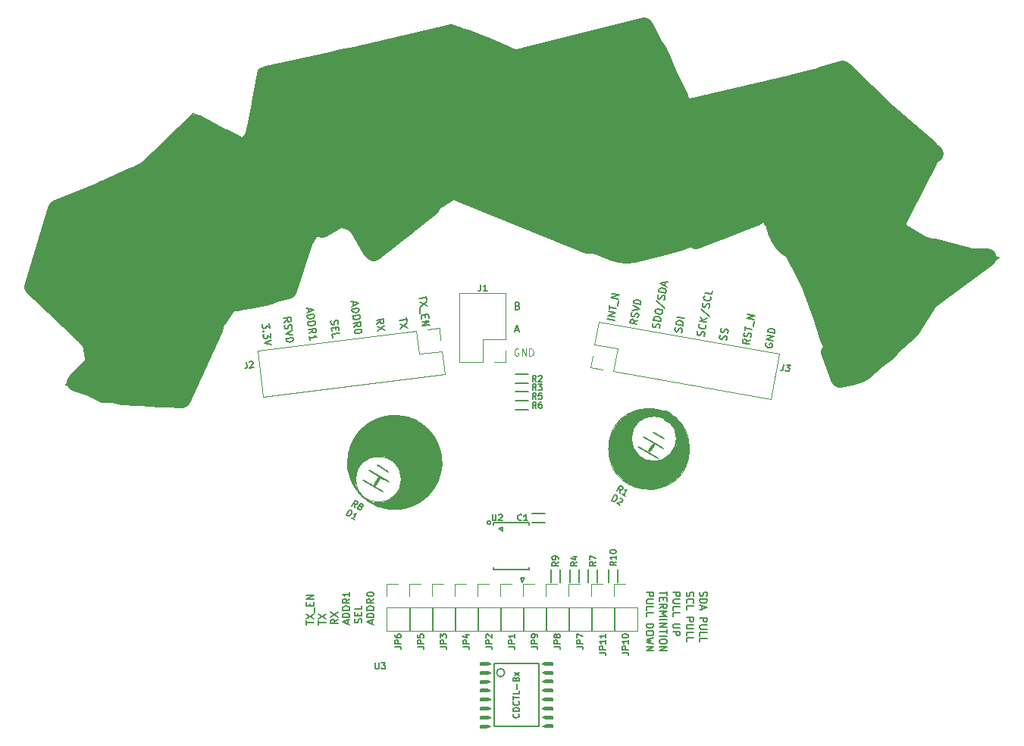
<source format=gbr>
G04 #@! TF.FileFunction,Legend,Top*
%FSLAX46Y46*%
G04 Gerber Fmt 4.6, Leading zero omitted, Abs format (unit mm)*
G04 Created by KiCad (PCBNEW 4.0.7) date Sun May  6 01:29:27 2018*
%MOMM*%
%LPD*%
G01*
G04 APERTURE LIST*
%ADD10C,0.100000*%
%ADD11C,0.160000*%
%ADD12C,0.150000*%
%ADD13C,0.300000*%
%ADD14C,0.200000*%
%ADD15C,0.500000*%
%ADD16C,1.000000*%
%ADD17C,2.000000*%
%ADD18C,10.000000*%
%ADD19C,0.125000*%
%ADD20C,0.120000*%
%ADD21C,0.140000*%
G04 APERTURE END LIST*
D10*
D11*
X50300000Y18275000D02*
X50500000Y17775000D01*
X50700000Y18275000D02*
X50300000Y18275000D01*
X50500000Y17775000D02*
X50700000Y18275000D01*
D12*
X72736952Y46206493D02*
X72679590Y46100558D01*
X72646515Y45912976D01*
X72670801Y45831328D01*
X72701702Y45787196D01*
X72770120Y45736449D01*
X72845153Y45723219D01*
X72926801Y45747505D01*
X72970932Y45778407D01*
X73021680Y45846824D01*
X73085657Y45990275D01*
X73136404Y46058694D01*
X73180535Y46089595D01*
X73262184Y46113881D01*
X73337216Y46100650D01*
X73405634Y46049904D01*
X73436536Y46005772D01*
X73460821Y45924124D01*
X73427746Y45736541D01*
X73370384Y45630607D01*
X72604649Y45456163D02*
X72547287Y45350228D01*
X72514211Y45162646D01*
X72538497Y45080999D01*
X72569399Y45036866D01*
X72637816Y44986119D01*
X72712850Y44972889D01*
X72794498Y44997175D01*
X72838629Y45028077D01*
X72889377Y45096494D01*
X72953354Y45239945D01*
X73004100Y45308364D01*
X73048232Y45339265D01*
X73129880Y45363551D01*
X73204913Y45350320D01*
X73273331Y45299574D01*
X73304232Y45255442D01*
X73328518Y45173794D01*
X73295442Y44986211D01*
X73238080Y44880277D01*
X68226665Y45737167D02*
X68284026Y45843102D01*
X68317102Y46030684D01*
X68292816Y46112332D01*
X68261914Y46156464D01*
X68193497Y46207211D01*
X68118463Y46220441D01*
X68036816Y46196155D01*
X67992684Y46165253D01*
X67941937Y46096836D01*
X67877960Y45953385D01*
X67827213Y45884967D01*
X67783082Y45854065D01*
X67701433Y45829780D01*
X67626401Y45843010D01*
X67557982Y45893757D01*
X67527081Y45937888D01*
X67502795Y46019537D01*
X67535871Y46207119D01*
X67593233Y46313053D01*
X68403099Y46518398D02*
X67615253Y46657317D01*
X67648329Y46844899D01*
X67705691Y46950834D01*
X67793954Y47012637D01*
X67875602Y47036923D01*
X68032283Y47047978D01*
X68144833Y47028133D01*
X68288284Y46964156D01*
X68356701Y46913409D01*
X68418504Y46825145D01*
X68436175Y46705980D01*
X68403099Y46518398D01*
X68542018Y47306244D02*
X67754172Y47445163D01*
D13*
X87250000Y69925000D02*
X86150000Y69775000D01*
X87150000Y68300000D02*
X87250000Y69925000D01*
X87100000Y68650000D02*
X87150000Y68300000D01*
X88100000Y69700000D02*
X87100000Y68650000D01*
X87725000Y69300000D02*
X88100000Y69700000D01*
X87700000Y70050000D02*
X87725000Y69300000D01*
X86350000Y69300000D02*
X87700000Y70050000D01*
X86950000Y69150000D02*
X86350000Y69300000D01*
X87325000Y69500000D02*
X86950000Y69150000D01*
X88250000Y70025000D02*
X87325000Y69500000D01*
X86875000Y70775000D02*
X88250000Y70025000D01*
X87425000Y69550000D02*
X86875000Y70775000D01*
X88700000Y69850000D02*
X87425000Y69550000D01*
X88050000Y69900000D02*
X88700000Y69850000D01*
X86775000Y70500000D02*
X88050000Y69900000D01*
X87300000Y68725000D02*
X86775000Y70500000D01*
X88950000Y69600000D02*
X87300000Y68725000D01*
X88725000Y69425000D02*
X88950000Y69600000D01*
X87075000Y68050000D02*
X88725000Y69425000D01*
X87050000Y68675000D02*
X87075000Y68050000D01*
X88750000Y69625000D02*
X87050000Y68675000D01*
X86800000Y68900000D02*
X88750000Y69625000D01*
X86525000Y71300000D02*
X86800000Y68900000D01*
X89350000Y69550000D02*
X86525000Y71300000D01*
X86900000Y68175000D02*
X89350000Y69550000D01*
X85950000Y71950000D02*
X86900000Y68175000D01*
X86375000Y69700000D02*
X85950000Y71950000D01*
X86225000Y68225000D02*
X86375000Y69700000D01*
X86400000Y68050000D02*
X86225000Y68225000D01*
X87050000Y68225000D02*
X86400000Y68050000D01*
X87425000Y68425000D02*
X87050000Y68225000D01*
X86650000Y70300000D02*
X87425000Y68425000D01*
X86700000Y68300000D02*
X86650000Y70300000D01*
X87600000Y69400000D02*
X86700000Y68300000D01*
X87025000Y70425000D02*
X87600000Y69400000D01*
X86350000Y71900000D02*
X87025000Y70425000D01*
X86275000Y68375000D02*
X86350000Y71900000D01*
X86625000Y68275000D02*
X86275000Y68375000D01*
X85250000Y72450000D02*
X86625000Y68275000D01*
D11*
X77500000Y71175000D02*
X77200000Y70925000D01*
X77850000Y71575000D02*
X77500000Y71175000D01*
X78100000Y71825000D02*
X77850000Y71575000D01*
X78700000Y72500000D02*
X78100000Y71825000D01*
X74425000Y72800000D02*
X78700000Y72500000D01*
X75825000Y72950000D02*
X74425000Y72800000D01*
X103300000Y53800000D02*
X92650000Y57175000D01*
X103725000Y54075000D02*
X103300000Y53800000D01*
X103400000Y53900000D02*
X103725000Y54075000D01*
X103450000Y54000000D02*
X103400000Y53900000D01*
X103750000Y54075000D02*
X103450000Y54000000D01*
X103575000Y54100000D02*
X103750000Y54075000D01*
X96800000Y56000000D02*
X103575000Y54100000D01*
X95400000Y56375000D02*
X96800000Y56000000D01*
X96325000Y56025000D02*
X95400000Y56375000D01*
X95650000Y56275000D02*
X96325000Y56025000D01*
X84475000Y66050000D02*
X85000000Y66350000D01*
X84800000Y66425000D02*
X84475000Y66050000D01*
X86025000Y71750000D02*
X86000000Y71775000D01*
X85875000Y71500000D02*
X86025000Y71750000D01*
X85875000Y71775000D02*
X85875000Y71500000D01*
X85825000Y71725000D02*
X85875000Y71775000D01*
X85900000Y71600000D02*
X85825000Y71725000D01*
X85975000Y71675000D02*
X85900000Y71600000D01*
X86100000Y71550000D02*
X85975000Y71675000D01*
X85825000Y71400000D02*
X86100000Y71550000D01*
X85275000Y71550000D02*
X85825000Y71400000D01*
X85600000Y71600000D02*
X85275000Y71550000D01*
X85775000Y71525000D02*
X85600000Y71600000D01*
X85625000Y71850000D02*
X85775000Y71525000D01*
X85475000Y72100000D02*
X85625000Y71850000D01*
X85425000Y71725000D02*
X85475000Y72100000D01*
X85225000Y72000000D02*
X85425000Y71725000D01*
X85600000Y71725000D02*
X85225000Y72000000D01*
X85050000Y72400000D02*
X85600000Y71725000D01*
X85850000Y71875000D02*
X85050000Y72400000D01*
X85675000Y71800000D02*
X85850000Y71875000D01*
X85375000Y71600000D02*
X85675000Y71800000D01*
X83500000Y75150000D02*
X85375000Y71600000D01*
X80375000Y74450000D02*
X83500000Y75150000D01*
X83050000Y75075000D02*
X80375000Y74450000D01*
X83225000Y74950000D02*
X83050000Y75075000D01*
X81300000Y74525000D02*
X83225000Y74950000D01*
X82800000Y74125000D02*
X81300000Y74525000D01*
X82875000Y74325000D02*
X82800000Y74125000D01*
X82975000Y74100000D02*
X82875000Y74325000D01*
X83000000Y74175000D02*
X82975000Y74100000D01*
X82750000Y74250000D02*
X83000000Y74175000D01*
X82275000Y74350000D02*
X82750000Y74250000D01*
X82650000Y74350000D02*
X82275000Y74350000D01*
X82700000Y74200000D02*
X82650000Y74350000D01*
X83100000Y74600000D02*
X82700000Y74200000D01*
X82200000Y74125000D02*
X83100000Y74600000D01*
X82950000Y74625000D02*
X82200000Y74125000D01*
X81900000Y74275000D02*
X82950000Y74625000D01*
X83050000Y74725000D02*
X81900000Y74275000D01*
X81750000Y74375000D02*
X83050000Y74725000D01*
X82975000Y74725000D02*
X81750000Y74375000D01*
X81325000Y74450000D02*
X82975000Y74725000D01*
X83225000Y75025000D02*
X81325000Y74450000D01*
X80725000Y74525000D02*
X83225000Y75025000D01*
X82925000Y74875000D02*
X80725000Y74525000D01*
D13*
X76125000Y72600000D02*
X82925000Y74875000D01*
D11*
X75325000Y72950000D02*
X76125000Y72600000D01*
X75700000Y72575000D02*
X75325000Y72950000D01*
X75575000Y73175000D02*
X75700000Y72575000D01*
X73700000Y72750000D02*
X75575000Y73175000D01*
X43400000Y79875000D02*
X46125000Y78275000D01*
X21325000Y75275000D02*
X43400000Y79875000D01*
X21000000Y75125000D02*
X21325000Y75275000D01*
X20350000Y71500000D02*
X21000000Y75125000D01*
X21250000Y75225000D02*
X20350000Y71500000D01*
X21150000Y75175000D02*
X21250000Y75225000D01*
X21075000Y75125000D02*
X21150000Y75175000D01*
X20975000Y74750000D02*
X21075000Y75125000D01*
X21400000Y71750000D02*
X20975000Y74750000D01*
X19600000Y67375000D02*
X21400000Y71750000D01*
X19275000Y67425000D02*
X19600000Y67375000D01*
X17350000Y68400000D02*
X19275000Y67425000D01*
X19575000Y67000000D02*
X17350000Y68400000D01*
X19175000Y67125000D02*
X19575000Y67000000D01*
X19625000Y67050000D02*
X19175000Y67125000D01*
X19550000Y67100000D02*
X19625000Y67050000D01*
X19700000Y67300000D02*
X19550000Y67100000D01*
X19800000Y66750000D02*
X19700000Y67300000D01*
X19050000Y67325000D02*
X19800000Y66750000D01*
X19700000Y66900000D02*
X19050000Y67325000D01*
X19125000Y67300000D02*
X19700000Y66900000D01*
X19625000Y67175000D02*
X19125000Y67300000D01*
X13750000Y70175000D02*
X19625000Y67175000D01*
X8125000Y64775000D02*
X13750000Y70175000D01*
X9075000Y65675000D02*
X8125000Y64775000D01*
X8200000Y64775000D02*
X9075000Y65675000D01*
X6950000Y64125000D02*
X8200000Y64775000D01*
X7525000Y64450000D02*
X6950000Y64125000D01*
X6950000Y64075000D02*
X7525000Y64450000D01*
X5350000Y63375000D02*
X6950000Y64075000D01*
X6950000Y64175000D02*
X5350000Y63375000D01*
X1800000Y61825000D02*
X6950000Y64175000D01*
X1875000Y43850000D02*
X1800000Y61825000D01*
X-4925000Y50250000D02*
X1875000Y43850000D01*
X1525000Y44325000D02*
X-4925000Y50250000D01*
X-750000Y46450000D02*
X1525000Y44325000D01*
X2325000Y43375000D02*
X-750000Y46450000D01*
X-350000Y39975000D02*
X2325000Y43375000D01*
X-375000Y40000000D02*
X-350000Y39975000D01*
X-100000Y40400000D02*
X-375000Y40000000D01*
X-500000Y39875000D02*
X-100000Y40400000D01*
X4775000Y37900000D02*
X-500000Y39875000D01*
X3750000Y37975000D02*
X4775000Y37900000D01*
X4375000Y37925000D02*
X3750000Y37975000D01*
X3500000Y37925000D02*
X4375000Y37925000D01*
X1975000Y38675000D02*
X3500000Y37925000D01*
X3750000Y37975000D02*
X1975000Y38675000D01*
D12*
X66606845Y16790476D02*
X66606845Y16333333D01*
X65806845Y16561904D02*
X66606845Y16561904D01*
X66225893Y16066666D02*
X66225893Y15799999D01*
X65806845Y15685713D02*
X65806845Y16066666D01*
X66606845Y16066666D01*
X66606845Y15685713D01*
X65806845Y14885713D02*
X66187798Y15152380D01*
X65806845Y15342856D02*
X66606845Y15342856D01*
X66606845Y15038094D01*
X66568750Y14961903D01*
X66530655Y14923808D01*
X66454464Y14885713D01*
X66340179Y14885713D01*
X66263988Y14923808D01*
X66225893Y14961903D01*
X66187798Y15038094D01*
X66187798Y15342856D01*
X65806845Y14542856D02*
X66606845Y14542856D01*
X66035417Y14276189D01*
X66606845Y14009522D01*
X65806845Y14009522D01*
X65806845Y13628570D02*
X66606845Y13628570D01*
X65806845Y13247618D02*
X66606845Y13247618D01*
X65806845Y12790475D01*
X66606845Y12790475D01*
X66606845Y12523809D02*
X66606845Y12066666D01*
X65806845Y12295237D02*
X66606845Y12295237D01*
X65806845Y11799999D02*
X66606845Y11799999D01*
X66606845Y11266666D02*
X66606845Y11114285D01*
X66568750Y11038094D01*
X66492560Y10961904D01*
X66340179Y10923809D01*
X66073512Y10923809D01*
X65921131Y10961904D01*
X65844940Y11038094D01*
X65806845Y11114285D01*
X65806845Y11266666D01*
X65844940Y11342856D01*
X65921131Y11419047D01*
X66073512Y11457142D01*
X66340179Y11457142D01*
X66492560Y11419047D01*
X66568750Y11342856D01*
X66606845Y11266666D01*
X65806845Y10580952D02*
X66606845Y10580952D01*
X65806845Y10123809D01*
X66606845Y10123809D01*
X70326190Y16714285D02*
X70288095Y16599999D01*
X70288095Y16409523D01*
X70326190Y16333333D01*
X70364286Y16295237D01*
X70440476Y16257142D01*
X70516667Y16257142D01*
X70592857Y16295237D01*
X70630952Y16333333D01*
X70669048Y16409523D01*
X70707143Y16561904D01*
X70745238Y16638095D01*
X70783333Y16676190D01*
X70859524Y16714285D01*
X70935714Y16714285D01*
X71011905Y16676190D01*
X71050000Y16638095D01*
X71088095Y16561904D01*
X71088095Y16371428D01*
X71050000Y16257142D01*
X70288095Y15914285D02*
X71088095Y15914285D01*
X71088095Y15723809D01*
X71050000Y15609523D01*
X70973810Y15533332D01*
X70897619Y15495237D01*
X70745238Y15457142D01*
X70630952Y15457142D01*
X70478571Y15495237D01*
X70402381Y15533332D01*
X70326190Y15609523D01*
X70288095Y15723809D01*
X70288095Y15914285D01*
X70516667Y15152380D02*
X70516667Y14771428D01*
X70288095Y15228571D02*
X71088095Y14961904D01*
X70288095Y14695237D01*
X70288095Y13819047D02*
X71088095Y13819047D01*
X71088095Y13514285D01*
X71050000Y13438094D01*
X71011905Y13399999D01*
X70935714Y13361904D01*
X70821429Y13361904D01*
X70745238Y13399999D01*
X70707143Y13438094D01*
X70669048Y13514285D01*
X70669048Y13819047D01*
X71088095Y13019047D02*
X70440476Y13019047D01*
X70364286Y12980952D01*
X70326190Y12942856D01*
X70288095Y12866666D01*
X70288095Y12714285D01*
X70326190Y12638094D01*
X70364286Y12599999D01*
X70440476Y12561904D01*
X71088095Y12561904D01*
X70288095Y11799999D02*
X70288095Y12180952D01*
X71088095Y12180952D01*
X70288095Y11152380D02*
X70288095Y11533333D01*
X71088095Y11533333D01*
X64313095Y16676190D02*
X65113095Y16676190D01*
X65113095Y16371428D01*
X65075000Y16295237D01*
X65036905Y16257142D01*
X64960714Y16219047D01*
X64846429Y16219047D01*
X64770238Y16257142D01*
X64732143Y16295237D01*
X64694048Y16371428D01*
X64694048Y16676190D01*
X65113095Y15876190D02*
X64465476Y15876190D01*
X64389286Y15838095D01*
X64351190Y15799999D01*
X64313095Y15723809D01*
X64313095Y15571428D01*
X64351190Y15495237D01*
X64389286Y15457142D01*
X64465476Y15419047D01*
X65113095Y15419047D01*
X64313095Y14657142D02*
X64313095Y15038095D01*
X65113095Y15038095D01*
X64313095Y14009523D02*
X64313095Y14390476D01*
X65113095Y14390476D01*
X64313095Y13133333D02*
X65113095Y13133333D01*
X65113095Y12942857D01*
X65075000Y12828571D01*
X64998810Y12752380D01*
X64922619Y12714285D01*
X64770238Y12676190D01*
X64655952Y12676190D01*
X64503571Y12714285D01*
X64427381Y12752380D01*
X64351190Y12828571D01*
X64313095Y12942857D01*
X64313095Y13133333D01*
X65113095Y12180952D02*
X65113095Y12028571D01*
X65075000Y11952380D01*
X64998810Y11876190D01*
X64846429Y11838095D01*
X64579762Y11838095D01*
X64427381Y11876190D01*
X64351190Y11952380D01*
X64313095Y12028571D01*
X64313095Y12180952D01*
X64351190Y12257142D01*
X64427381Y12333333D01*
X64579762Y12371428D01*
X64846429Y12371428D01*
X64998810Y12333333D01*
X65075000Y12257142D01*
X65113095Y12180952D01*
X65113095Y11571428D02*
X64313095Y11380952D01*
X64884524Y11228571D01*
X64313095Y11076190D01*
X65113095Y10885714D01*
X64313095Y10580952D02*
X65113095Y10580952D01*
X64313095Y10123809D01*
X65113095Y10123809D01*
X67300595Y16676190D02*
X68100595Y16676190D01*
X68100595Y16371428D01*
X68062500Y16295237D01*
X68024405Y16257142D01*
X67948214Y16219047D01*
X67833929Y16219047D01*
X67757738Y16257142D01*
X67719643Y16295237D01*
X67681548Y16371428D01*
X67681548Y16676190D01*
X68100595Y15876190D02*
X67452976Y15876190D01*
X67376786Y15838095D01*
X67338690Y15799999D01*
X67300595Y15723809D01*
X67300595Y15571428D01*
X67338690Y15495237D01*
X67376786Y15457142D01*
X67452976Y15419047D01*
X68100595Y15419047D01*
X67300595Y14657142D02*
X67300595Y15038095D01*
X68100595Y15038095D01*
X67300595Y14009523D02*
X67300595Y14390476D01*
X68100595Y14390476D01*
X68100595Y13133333D02*
X67452976Y13133333D01*
X67376786Y13095238D01*
X67338690Y13057142D01*
X67300595Y12980952D01*
X67300595Y12828571D01*
X67338690Y12752380D01*
X67376786Y12714285D01*
X67452976Y12676190D01*
X68100595Y12676190D01*
X67300595Y12295238D02*
X68100595Y12295238D01*
X68100595Y11990476D01*
X68062500Y11914285D01*
X68024405Y11876190D01*
X67948214Y11838095D01*
X67833929Y11838095D01*
X67757738Y11876190D01*
X67719643Y11914285D01*
X67681548Y11990476D01*
X67681548Y12295238D01*
X68832440Y16714285D02*
X68794345Y16599999D01*
X68794345Y16409523D01*
X68832440Y16333333D01*
X68870536Y16295237D01*
X68946726Y16257142D01*
X69022917Y16257142D01*
X69099107Y16295237D01*
X69137202Y16333333D01*
X69175298Y16409523D01*
X69213393Y16561904D01*
X69251488Y16638095D01*
X69289583Y16676190D01*
X69365774Y16714285D01*
X69441964Y16714285D01*
X69518155Y16676190D01*
X69556250Y16638095D01*
X69594345Y16561904D01*
X69594345Y16371428D01*
X69556250Y16257142D01*
X68870536Y15457142D02*
X68832440Y15495237D01*
X68794345Y15609523D01*
X68794345Y15685713D01*
X68832440Y15799999D01*
X68908631Y15876190D01*
X68984821Y15914285D01*
X69137202Y15952380D01*
X69251488Y15952380D01*
X69403869Y15914285D01*
X69480060Y15876190D01*
X69556250Y15799999D01*
X69594345Y15685713D01*
X69594345Y15609523D01*
X69556250Y15495237D01*
X69518155Y15457142D01*
X68794345Y14733332D02*
X68794345Y15114285D01*
X69594345Y15114285D01*
X68794345Y13857142D02*
X69594345Y13857142D01*
X69594345Y13552380D01*
X69556250Y13476189D01*
X69518155Y13438094D01*
X69441964Y13399999D01*
X69327679Y13399999D01*
X69251488Y13438094D01*
X69213393Y13476189D01*
X69175298Y13552380D01*
X69175298Y13857142D01*
X69594345Y13057142D02*
X68946726Y13057142D01*
X68870536Y13019047D01*
X68832440Y12980951D01*
X68794345Y12904761D01*
X68794345Y12752380D01*
X68832440Y12676189D01*
X68870536Y12638094D01*
X68946726Y12599999D01*
X69594345Y12599999D01*
X68794345Y11838094D02*
X68794345Y12219047D01*
X69594345Y12219047D01*
X68794345Y11190475D02*
X68794345Y11571428D01*
X69594345Y11571428D01*
X32503810Y13255714D02*
X32541905Y13370000D01*
X32541905Y13560476D01*
X32503810Y13636666D01*
X32465714Y13674762D01*
X32389524Y13712857D01*
X32313333Y13712857D01*
X32237143Y13674762D01*
X32199048Y13636666D01*
X32160952Y13560476D01*
X32122857Y13408095D01*
X32084762Y13331904D01*
X32046667Y13293809D01*
X31970476Y13255714D01*
X31894286Y13255714D01*
X31818095Y13293809D01*
X31780000Y13331904D01*
X31741905Y13408095D01*
X31741905Y13598571D01*
X31780000Y13712857D01*
X32122857Y14055714D02*
X32122857Y14322381D01*
X32541905Y14436667D02*
X32541905Y14055714D01*
X31741905Y14055714D01*
X31741905Y14436667D01*
X32541905Y15160477D02*
X32541905Y14779524D01*
X31741905Y14779524D01*
X33658333Y13153572D02*
X33658333Y13534524D01*
X33886905Y13077381D02*
X33086905Y13344048D01*
X33886905Y13610715D01*
X33886905Y13877381D02*
X33086905Y13877381D01*
X33086905Y14067857D01*
X33125000Y14182143D01*
X33201190Y14258334D01*
X33277381Y14296429D01*
X33429762Y14334524D01*
X33544048Y14334524D01*
X33696429Y14296429D01*
X33772619Y14258334D01*
X33848810Y14182143D01*
X33886905Y14067857D01*
X33886905Y13877381D01*
X33886905Y14677381D02*
X33086905Y14677381D01*
X33086905Y14867857D01*
X33125000Y14982143D01*
X33201190Y15058334D01*
X33277381Y15096429D01*
X33429762Y15134524D01*
X33544048Y15134524D01*
X33696429Y15096429D01*
X33772619Y15058334D01*
X33848810Y14982143D01*
X33886905Y14867857D01*
X33886905Y14677381D01*
X33886905Y15934524D02*
X33505952Y15667857D01*
X33886905Y15477381D02*
X33086905Y15477381D01*
X33086905Y15782143D01*
X33125000Y15858334D01*
X33163095Y15896429D01*
X33239286Y15934524D01*
X33353571Y15934524D01*
X33429762Y15896429D01*
X33467857Y15858334D01*
X33505952Y15782143D01*
X33505952Y15477381D01*
X33086905Y16429762D02*
X33086905Y16505953D01*
X33125000Y16582143D01*
X33163095Y16620238D01*
X33239286Y16658334D01*
X33391667Y16696429D01*
X33582143Y16696429D01*
X33734524Y16658334D01*
X33810714Y16620238D01*
X33848810Y16582143D01*
X33886905Y16505953D01*
X33886905Y16429762D01*
X33848810Y16353572D01*
X33810714Y16315476D01*
X33734524Y16277381D01*
X33582143Y16239286D01*
X33391667Y16239286D01*
X33239286Y16277381D01*
X33163095Y16315476D01*
X33125000Y16353572D01*
X33086905Y16429762D01*
X30968333Y13153572D02*
X30968333Y13534524D01*
X31196905Y13077381D02*
X30396905Y13344048D01*
X31196905Y13610715D01*
X31196905Y13877381D02*
X30396905Y13877381D01*
X30396905Y14067857D01*
X30435000Y14182143D01*
X30511190Y14258334D01*
X30587381Y14296429D01*
X30739762Y14334524D01*
X30854048Y14334524D01*
X31006429Y14296429D01*
X31082619Y14258334D01*
X31158810Y14182143D01*
X31196905Y14067857D01*
X31196905Y13877381D01*
X31196905Y14677381D02*
X30396905Y14677381D01*
X30396905Y14867857D01*
X30435000Y14982143D01*
X30511190Y15058334D01*
X30587381Y15096429D01*
X30739762Y15134524D01*
X30854048Y15134524D01*
X31006429Y15096429D01*
X31082619Y15058334D01*
X31158810Y14982143D01*
X31196905Y14867857D01*
X31196905Y14677381D01*
X31196905Y15934524D02*
X30815952Y15667857D01*
X31196905Y15477381D02*
X30396905Y15477381D01*
X30396905Y15782143D01*
X30435000Y15858334D01*
X30473095Y15896429D01*
X30549286Y15934524D01*
X30663571Y15934524D01*
X30739762Y15896429D01*
X30777857Y15858334D01*
X30815952Y15782143D01*
X30815952Y15477381D01*
X31196905Y16696429D02*
X31196905Y16239286D01*
X31196905Y16467857D02*
X30396905Y16467857D01*
X30511190Y16391667D01*
X30587381Y16315476D01*
X30625476Y16239286D01*
X26361905Y13077381D02*
X26361905Y13534524D01*
X27161905Y13305953D02*
X26361905Y13305953D01*
X26361905Y13725001D02*
X27161905Y14258334D01*
X26361905Y14258334D02*
X27161905Y13725001D01*
X27238095Y14372620D02*
X27238095Y14982144D01*
X26742857Y15172620D02*
X26742857Y15439287D01*
X27161905Y15553573D02*
X27161905Y15172620D01*
X26361905Y15172620D01*
X26361905Y15553573D01*
X27161905Y15896430D02*
X26361905Y15896430D01*
X27161905Y16353573D01*
X26361905Y16353573D01*
X29851905Y13648810D02*
X29470952Y13382143D01*
X29851905Y13191667D02*
X29051905Y13191667D01*
X29051905Y13496429D01*
X29090000Y13572620D01*
X29128095Y13610715D01*
X29204286Y13648810D01*
X29318571Y13648810D01*
X29394762Y13610715D01*
X29432857Y13572620D01*
X29470952Y13496429D01*
X29470952Y13191667D01*
X29051905Y13915477D02*
X29851905Y14448810D01*
X29051905Y14448810D02*
X29851905Y13915477D01*
X27706905Y13077381D02*
X27706905Y13534524D01*
X28506905Y13305953D02*
X27706905Y13305953D01*
X27706905Y13725001D02*
X28506905Y14258334D01*
X27706905Y14258334D02*
X28506905Y13725001D01*
D14*
X31770000Y28530000D02*
X31740000Y28610000D01*
X31860000Y28640000D02*
X31770000Y28530000D01*
X31770000Y28580000D02*
X31860000Y28640000D01*
X31770000Y28600000D02*
X31770000Y28580000D01*
X31830000Y28570000D02*
X31770000Y28600000D01*
X31870000Y28430000D02*
X31830000Y28570000D01*
X31980000Y28290000D02*
X31870000Y28430000D01*
X32060000Y28160000D02*
X31980000Y28290000D01*
X32140000Y28000000D02*
X32060000Y28160000D01*
X32210000Y27890000D02*
X32140000Y28000000D01*
X32330000Y27770000D02*
X32210000Y27890000D01*
X32390000Y27680000D02*
X32330000Y27770000D01*
X32470000Y27550000D02*
X32390000Y27680000D01*
X32560000Y27490000D02*
X32470000Y27550000D01*
X32630000Y27380000D02*
X32560000Y27490000D01*
X32740000Y27290000D02*
X32630000Y27380000D01*
X33040000Y27090000D02*
X32740000Y27290000D01*
X33160000Y27020000D02*
X33040000Y27090000D01*
X33310000Y26910000D02*
X33160000Y27020000D01*
X33420000Y26850000D02*
X33310000Y26910000D01*
X33480000Y26800000D02*
X33420000Y26850000D01*
X33590000Y26750000D02*
X33480000Y26800000D01*
X33650000Y26750000D02*
X33590000Y26750000D01*
X33660000Y26700000D02*
X33650000Y26750000D01*
X33790000Y26720000D02*
X33660000Y26700000D01*
X33720000Y26690000D02*
X33790000Y26720000D01*
X33900000Y26600000D02*
X33720000Y26690000D01*
D15*
X66650000Y36660000D02*
X66900000Y36470000D01*
X66480000Y36710000D02*
X66650000Y36660000D01*
X66420000Y36710000D02*
X66480000Y36710000D01*
X66380000Y36750000D02*
X66420000Y36710000D01*
X66340000Y36750000D02*
X66380000Y36750000D01*
X66210000Y36770000D02*
X66340000Y36750000D01*
X64640000Y37040000D02*
X66210000Y36770000D01*
X66240000Y36740000D02*
X64640000Y37040000D01*
X66140000Y36740000D02*
X66240000Y36740000D01*
X65980000Y36780000D02*
X66140000Y36740000D01*
X65800000Y36830000D02*
X65980000Y36780000D01*
X65670000Y36840000D02*
X65800000Y36830000D01*
X65490000Y36860000D02*
X65670000Y36840000D01*
X65270000Y36920000D02*
X65490000Y36860000D01*
X65090000Y36930000D02*
X65270000Y36920000D01*
X64910000Y36960000D02*
X65090000Y36930000D01*
X65150000Y36610000D02*
X64910000Y36960000D01*
X65370000Y36610000D02*
X65150000Y36610000D01*
X65820000Y36560000D02*
X65370000Y36610000D01*
X66080000Y36550000D02*
X65820000Y36560000D01*
X66070000Y36630000D02*
X66080000Y36550000D01*
X64300000Y36930000D02*
X66070000Y36630000D01*
X31650000Y29080000D02*
X31690000Y28870000D01*
X31650000Y29950000D02*
X31650000Y29080000D01*
X31490000Y29450000D02*
X31650000Y29950000D01*
X31580000Y29310000D02*
X31490000Y29450000D01*
X31610000Y29850000D02*
X31580000Y29310000D01*
X31370000Y29800000D02*
X31610000Y29850000D01*
X31530000Y29520000D02*
X31370000Y29800000D01*
X31440000Y30060000D02*
X31530000Y29520000D01*
X34060000Y26600000D02*
X34500000Y26450000D01*
X34370000Y26510000D02*
X34060000Y26600000D01*
X34650000Y26410000D02*
X34370000Y26510000D01*
X34560000Y26480000D02*
X34650000Y26410000D01*
X34820000Y26540000D02*
X34560000Y26480000D01*
X34900000Y26310000D02*
X34820000Y26540000D01*
X34800000Y26420000D02*
X34900000Y26310000D01*
X34960000Y26520000D02*
X34800000Y26420000D01*
X35030000Y26360000D02*
X34960000Y26520000D01*
X35320000Y26240000D02*
X35030000Y26360000D01*
X35180000Y26340000D02*
X35320000Y26240000D01*
X35120000Y26600000D02*
X35180000Y26340000D01*
X35380000Y26660000D02*
X35120000Y26600000D01*
X36950000Y26970000D02*
X35380000Y26660000D01*
D16*
X35570000Y35920000D02*
X35670000Y35970000D01*
X33200000Y34890000D02*
X35570000Y35920000D01*
X32610000Y34370000D02*
X33200000Y34890000D01*
X31990000Y33480000D02*
X32610000Y34370000D01*
X33470000Y32190000D02*
X31990000Y33480000D01*
X32710000Y32050000D02*
X33470000Y32190000D01*
X32200000Y31380000D02*
X32710000Y32050000D01*
X31880000Y31090000D02*
X32200000Y31380000D01*
X31470000Y30240000D02*
X31880000Y31090000D01*
X31440000Y30590000D02*
X31470000Y30240000D01*
X31460000Y31140000D02*
X31440000Y30590000D01*
X31540000Y32180000D02*
X31460000Y31140000D01*
X32400000Y34070000D02*
X31540000Y32180000D01*
X33100000Y34700000D02*
X32400000Y34070000D01*
X33520000Y35150000D02*
X33100000Y34700000D01*
X34690000Y35730000D02*
X33520000Y35150000D01*
X33900000Y32280000D02*
X34690000Y35730000D01*
X34710000Y32300000D02*
X33900000Y32280000D01*
X35620000Y32630000D02*
X34710000Y32300000D01*
X36870000Y31110000D02*
X35620000Y32630000D01*
X37110000Y30760000D02*
X36870000Y31110000D01*
X37250000Y30350000D02*
X37110000Y30760000D01*
X37360000Y30080000D02*
X37250000Y30350000D01*
X37430000Y29600000D02*
X37360000Y30080000D01*
X37430000Y29810000D02*
X37430000Y29600000D01*
X37540000Y29480000D02*
X37430000Y29810000D01*
X37350000Y28740000D02*
X37540000Y29480000D01*
X37430000Y28820000D02*
X37350000Y28740000D01*
X37520000Y29140000D02*
X37430000Y28820000D01*
X37700000Y28020000D02*
X37520000Y29140000D01*
X35760000Y26520000D02*
X37700000Y28020000D01*
X36850000Y27490000D02*
X35760000Y26520000D01*
X36590000Y27130000D02*
X36850000Y27490000D01*
X35670000Y26450000D02*
X36590000Y27130000D01*
X36480000Y26440000D02*
X35670000Y26450000D01*
X37610000Y26630000D02*
X36480000Y26440000D01*
X38530000Y27010000D02*
X37610000Y26630000D01*
X39400000Y27580000D02*
X38530000Y27010000D01*
X39590000Y28000000D02*
X39400000Y27580000D01*
X40620000Y29250000D02*
X39590000Y28000000D01*
X40690000Y29500000D02*
X40620000Y29250000D01*
X41020000Y30980000D02*
X40690000Y29500000D01*
X41010000Y31500000D02*
X41020000Y30980000D01*
X40950000Y31860000D02*
X41010000Y31500000D01*
X40910000Y32220000D02*
X40950000Y31860000D01*
X40740000Y32700000D02*
X40910000Y32220000D01*
X40020000Y34090000D02*
X40740000Y32700000D01*
X39860000Y34280000D02*
X40020000Y34090000D01*
X38690000Y35320000D02*
X39860000Y34280000D01*
X38520000Y35430000D02*
X38690000Y35320000D01*
X38340000Y35560000D02*
X38520000Y35430000D01*
X38010000Y35620000D02*
X38340000Y35560000D01*
X37670000Y35780000D02*
X38010000Y35620000D01*
X37460000Y35580000D02*
X37670000Y35780000D01*
X62850000Y35720000D02*
X61730000Y35180000D01*
X63010000Y35950000D02*
X62850000Y35720000D01*
X63120000Y36190000D02*
X63010000Y35950000D01*
X63400000Y36380000D02*
X63120000Y36190000D01*
X64530000Y36730000D02*
X63400000Y36380000D01*
X64220000Y36710000D02*
X64530000Y36730000D01*
X63950000Y36690000D02*
X64220000Y36710000D01*
X63750000Y36620000D02*
X63950000Y36690000D01*
X63540000Y36560000D02*
X63750000Y36620000D01*
X63230000Y36500000D02*
X63540000Y36560000D01*
X63160000Y36440000D02*
X63230000Y36500000D01*
X63040000Y36380000D02*
X63160000Y36440000D01*
X62860000Y36310000D02*
X63040000Y36380000D01*
X62580000Y36130000D02*
X62860000Y36310000D01*
X61870000Y35640000D02*
X62580000Y36130000D01*
X62600000Y35560000D02*
X61870000Y35640000D01*
X62440000Y35780000D02*
X62600000Y35560000D01*
X61990000Y35850000D02*
X62440000Y35780000D01*
X66840000Y36190000D02*
X66630000Y36370000D01*
X67280000Y35900000D02*
X66840000Y36190000D01*
X67560000Y35600000D02*
X67280000Y35900000D01*
X67720000Y35400000D02*
X67560000Y35600000D01*
X67890000Y35150000D02*
X67720000Y35400000D01*
X68080000Y34800000D02*
X67890000Y35150000D01*
X68260000Y34460000D02*
X68080000Y34800000D01*
X68670000Y32680000D02*
X68260000Y34460000D01*
X68450000Y33880000D02*
X68670000Y32680000D01*
X68550000Y33570000D02*
X68450000Y33880000D01*
X68660000Y32810000D02*
X68550000Y33570000D01*
X68600000Y32930000D02*
X68660000Y32810000D01*
X68530000Y33130000D02*
X68600000Y32930000D01*
X68180000Y33330000D02*
X68530000Y33130000D01*
X68220000Y33440000D02*
X68180000Y33330000D01*
X68280000Y33710000D02*
X68220000Y33440000D01*
X68320000Y34060000D02*
X68280000Y33710000D01*
X67980000Y34740000D02*
X68320000Y34060000D01*
D17*
X68000000Y31700000D02*
X67780000Y31380000D01*
X66740000Y30700000D02*
X68000000Y31700000D01*
X66520000Y30540000D02*
X66740000Y30700000D01*
X66120000Y30400000D02*
X66520000Y30540000D01*
X65600000Y30260000D02*
X66120000Y30400000D01*
X64760000Y30320000D02*
X65600000Y30260000D01*
X64160000Y30400000D02*
X64760000Y30320000D01*
X63570000Y30560000D02*
X64160000Y30400000D01*
X62830000Y31220000D02*
X63570000Y30560000D01*
X62410000Y31810000D02*
X62830000Y31220000D01*
X62010000Y32310000D02*
X62410000Y31810000D01*
X61810000Y32830000D02*
X62010000Y32310000D01*
X61670000Y33350000D02*
X61810000Y32830000D01*
X61590000Y33830000D02*
X61670000Y33350000D01*
X61910000Y34930000D02*
X61590000Y33830000D01*
X61790000Y34770000D02*
X61910000Y34930000D01*
X61370000Y34070000D02*
X61790000Y34770000D01*
X61210000Y33490000D02*
X61370000Y34070000D01*
X61110000Y32570000D02*
X61210000Y33490000D01*
X61130000Y32210000D02*
X61110000Y32570000D01*
X61350000Y31420000D02*
X61130000Y32210000D01*
X61750000Y30680000D02*
X61350000Y31420000D01*
X62490000Y29880000D02*
X61750000Y30680000D01*
X63390000Y29380000D02*
X62490000Y29880000D01*
X63270000Y29460000D02*
X63390000Y29380000D01*
X65040000Y29160000D02*
X63270000Y29460000D01*
X64500000Y29200000D02*
X65040000Y29160000D01*
X63930000Y29260000D02*
X64500000Y29200000D01*
X65020000Y29260000D02*
X63930000Y29260000D01*
X66880000Y30020000D02*
X65020000Y29260000D01*
X66320000Y29660000D02*
X66880000Y30020000D01*
X65840000Y29420000D02*
X66320000Y29660000D01*
X65600000Y29340000D02*
X65840000Y29420000D01*
X65800000Y29540000D02*
X65600000Y29340000D01*
X67860000Y31400000D02*
X65800000Y29540000D01*
X67700000Y31020000D02*
X67860000Y31400000D01*
X67580000Y30860000D02*
X67700000Y31020000D01*
X66760000Y29920000D02*
X67580000Y30860000D01*
X66600000Y29860000D02*
X66760000Y29920000D01*
X66190000Y29600000D02*
X66600000Y29860000D01*
X66480000Y29850000D02*
X66190000Y29600000D01*
X67340000Y30430000D02*
X66480000Y29850000D01*
X67450000Y30790000D02*
X67340000Y30430000D01*
X68130000Y32220000D02*
X67450000Y30790000D01*
X67770000Y31360000D02*
X68130000Y32220000D01*
X67120000Y30710000D02*
X67770000Y31360000D01*
X66370000Y30250000D02*
X67120000Y30710000D01*
X65110000Y30140000D02*
X66370000Y30250000D01*
X63420000Y30280000D02*
X65110000Y30140000D01*
X62020000Y31000000D02*
X63420000Y30280000D01*
X61160000Y33010000D02*
X62020000Y31000000D01*
X36800000Y31930000D02*
X38570000Y30800000D01*
X36670000Y32140000D02*
X36800000Y31930000D01*
X36290000Y32300000D02*
X36670000Y32140000D01*
X35460000Y32730000D02*
X36290000Y32300000D01*
X34700000Y32970000D02*
X35460000Y32730000D01*
X32200000Y32650000D02*
X34700000Y32970000D01*
X32660000Y33480000D02*
X32200000Y32650000D01*
X33310000Y34290000D02*
X32660000Y33480000D01*
X34410000Y35040000D02*
X33310000Y34290000D01*
X36850000Y35420000D02*
X34410000Y35040000D01*
X37230000Y35310000D02*
X36850000Y35420000D01*
X37740000Y35120000D02*
X37230000Y35310000D01*
X38920000Y34510000D02*
X37740000Y35120000D01*
X39300000Y34080000D02*
X38920000Y34510000D01*
X39760000Y33540000D02*
X39300000Y34080000D01*
X40080000Y32970000D02*
X39760000Y33540000D01*
X40240000Y32380000D02*
X40080000Y32970000D01*
X40450000Y31440000D02*
X40240000Y32380000D01*
X40430000Y30720000D02*
X40450000Y31440000D01*
X40210000Y30100000D02*
X40430000Y30720000D01*
X39330000Y28240000D02*
X40210000Y30100000D01*
X39570000Y28510000D02*
X39330000Y28240000D01*
X39860000Y28860000D02*
X39570000Y28510000D01*
X40000000Y29270000D02*
X39860000Y28860000D01*
X39510000Y28860000D02*
X40000000Y29270000D01*
X38330000Y28570000D02*
X39510000Y28860000D01*
X38010000Y30020000D02*
X38330000Y28570000D01*
X38010000Y30310000D02*
X38010000Y30020000D01*
X37580000Y30990000D02*
X38010000Y30310000D01*
X37390000Y31870000D02*
X37580000Y30990000D01*
X36690000Y32380000D02*
X37390000Y31870000D01*
X35590000Y33030000D02*
X36690000Y32380000D01*
X34380000Y33380000D02*
X35590000Y33030000D01*
X32070000Y32030000D02*
X34380000Y33380000D01*
X32450000Y32970000D02*
X32070000Y32030000D01*
X32980000Y33670000D02*
X32450000Y32970000D01*
X33760000Y34590000D02*
X32980000Y33670000D01*
X35190000Y35310000D02*
X33760000Y34590000D01*
X36340000Y35470000D02*
X35190000Y35310000D01*
X37470000Y34940000D02*
X36340000Y35470000D01*
X38790000Y34320000D02*
X37470000Y34940000D01*
X39970000Y32570000D02*
X38790000Y34320000D01*
X40020000Y30340000D02*
X39970000Y32570000D01*
X38810000Y28000000D02*
X40020000Y30340000D01*
X38470000Y27730000D02*
X38810000Y28000000D01*
X37980000Y27410000D02*
X38470000Y27730000D01*
X37500000Y27300000D02*
X37980000Y27410000D01*
X37580000Y27730000D02*
X37500000Y27300000D01*
X37900000Y28410000D02*
X37580000Y27730000D01*
X38220000Y29530000D02*
X37900000Y28410000D01*
X38250000Y30370000D02*
X38220000Y29530000D01*
X38490000Y31600000D02*
X38250000Y30370000D01*
X38520000Y32840000D02*
X38490000Y31600000D01*
X37630000Y34050000D02*
X38520000Y32840000D01*
X36530000Y34720000D02*
X37630000Y34050000D01*
X34730000Y34990000D02*
X36530000Y34720000D01*
X32850000Y32970000D02*
X34730000Y34990000D01*
X35020000Y34070000D02*
X37410000Y33330000D01*
X69810000Y56090000D02*
X76660000Y58660000D01*
X73980000Y57690000D02*
X69810000Y56090000D01*
X72600000Y57060000D02*
X73980000Y57690000D01*
X65520000Y55800000D02*
X72600000Y57060000D01*
X57750000Y55570000D02*
X65520000Y55800000D01*
X41470000Y62140000D02*
X57750000Y55570000D01*
X45510000Y62950000D02*
X41470000Y62140000D01*
X37760000Y64880000D02*
X45510000Y62950000D01*
X40280000Y59810000D02*
X37760000Y64880000D01*
X33880000Y54710000D02*
X40280000Y59810000D01*
X33650000Y54940000D02*
X33880000Y54710000D01*
X31890000Y57940000D02*
X33650000Y54940000D01*
X30130000Y58520000D02*
X31890000Y57940000D01*
X28080000Y57350000D02*
X30130000Y58520000D01*
X27140000Y57760000D02*
X28080000Y57350000D01*
X26080000Y56000000D02*
X27140000Y57760000D01*
X24320000Y50430000D02*
X26080000Y56000000D01*
X18510000Y49140000D02*
X24320000Y50430000D01*
X16750000Y50780000D02*
X18510000Y49140000D01*
X16050000Y46200000D02*
X16750000Y50780000D01*
X12470000Y38280000D02*
X16050000Y46200000D01*
X5840000Y38580000D02*
X12470000Y38280000D01*
X3610000Y39100000D02*
X5840000Y38580000D01*
X620000Y40160000D02*
X3610000Y39100000D01*
X4200000Y43970000D02*
X620000Y40160000D01*
X2470000Y44840000D02*
X4200000Y43970000D01*
X-4150000Y50810000D02*
X2470000Y44840000D01*
X-1550000Y59490000D02*
X-4150000Y50810000D01*
X7400000Y63060000D02*
X-1550000Y59490000D01*
X3530000Y61610000D02*
X7400000Y63060000D01*
X7770000Y62960000D02*
X3530000Y61610000D01*
X13410000Y68490000D02*
X7770000Y62960000D01*
X18190000Y66820000D02*
X13410000Y68490000D01*
X14060000Y69130000D02*
X18190000Y66820000D01*
X21420000Y64510000D02*
X14060000Y69130000D01*
X20560000Y67870000D02*
X21420000Y64510000D01*
X21940000Y74500000D02*
X20560000Y67870000D01*
X31740000Y76590000D02*
X21940000Y74500000D01*
X42550000Y79190000D02*
X31740000Y76590000D01*
X40580000Y72930000D02*
X42550000Y79190000D01*
X50250000Y76470000D02*
X40580000Y72930000D01*
X64080000Y79960000D02*
X50250000Y76470000D01*
X68080000Y71920000D02*
X64080000Y79960000D01*
X64200000Y70130000D02*
X68080000Y71920000D01*
X96510000Y65720000D02*
X64200000Y70130000D01*
X83910000Y74430000D02*
X96510000Y65720000D01*
X86250000Y75140000D02*
X83910000Y74430000D01*
X91250000Y70270000D02*
X86250000Y75140000D01*
X95930000Y66310000D02*
X91250000Y70270000D01*
X96190000Y65660000D02*
X95930000Y66310000D01*
X95670000Y64620000D02*
X96190000Y65660000D01*
X92640000Y58690000D02*
X95670000Y64620000D01*
X91840000Y56840000D02*
X92640000Y58690000D01*
X90050000Y57700000D02*
X91840000Y56840000D01*
X92020000Y53810000D02*
X90050000Y57700000D01*
X102450000Y54060000D02*
X92020000Y53810000D01*
X86280000Y42150000D02*
X102450000Y54060000D01*
X84860000Y43510000D02*
X86280000Y42150000D01*
X85230000Y42460000D02*
X84860000Y43510000D01*
X85910000Y40550000D02*
X85230000Y42460000D01*
X87330000Y40850000D02*
X85910000Y40550000D01*
X88500000Y41220000D02*
X87330000Y40850000D01*
X93880000Y46050000D02*
X88500000Y41220000D01*
X96620000Y50340000D02*
X93880000Y46050000D01*
X102080000Y53870000D02*
X96620000Y50340000D01*
X101100000Y53400000D02*
X102080000Y53870000D01*
X97850000Y52550000D02*
X101100000Y53400000D01*
X97470000Y50870000D02*
X97850000Y52550000D01*
X100600000Y53050000D02*
X97470000Y50870000D01*
X96530000Y55170000D02*
X100600000Y53050000D01*
X101580000Y53840000D02*
X96530000Y55170000D01*
D18*
X17590000Y62400000D02*
X9270000Y42720000D01*
X21880000Y62820000D02*
X17590000Y62400000D01*
X23680000Y65170000D02*
X21880000Y62820000D01*
X24650000Y66970000D02*
X23680000Y65170000D01*
X25490000Y70990000D02*
X24650000Y66970000D01*
X31450000Y72520000D02*
X25490000Y70990000D01*
X35600000Y72930000D02*
X31450000Y72520000D01*
X39480000Y73760000D02*
X35600000Y72930000D01*
X42810000Y74870000D02*
X39480000Y73760000D01*
X45170000Y73900000D02*
X42810000Y74870000D01*
X49190000Y72100000D02*
X45170000Y73900000D01*
X54590000Y72790000D02*
X49190000Y72100000D01*
X59300000Y74320000D02*
X54590000Y72790000D01*
X63920000Y70910000D02*
X59300000Y74320000D01*
X62250000Y75110000D02*
X63920000Y70910000D01*
X63120000Y64460000D02*
X62250000Y75110000D01*
X81365000Y69610000D02*
X69725000Y66925000D01*
X89840000Y62000000D02*
X82075000Y69800000D01*
X91150000Y64900000D02*
X89840000Y62000000D01*
X82600000Y58300000D02*
X91150000Y64900000D01*
X92740000Y52290000D02*
X82600000Y58300000D01*
X91290000Y49610000D02*
X92740000Y52290000D01*
X88470000Y46430000D02*
X91290000Y49610000D01*
X87740000Y48820000D02*
X88470000Y46430000D01*
X86300000Y52730000D02*
X87740000Y48820000D01*
X83910000Y57440000D02*
X86300000Y52730000D01*
X79200000Y64100000D02*
X83910000Y57440000D01*
X72970000Y61850000D02*
X79200000Y64100000D01*
X66470000Y59540000D02*
X72970000Y61850000D01*
X62130000Y58440000D02*
X66470000Y59540000D01*
X47410000Y64360000D02*
X62130000Y58440000D01*
X42730000Y66350000D02*
X47410000Y64360000D01*
X38190000Y63460000D02*
X42730000Y66350000D01*
X36330000Y62220000D02*
X38190000Y63460000D01*
X34820000Y60430000D02*
X36330000Y62220000D01*
X33370000Y62640000D02*
X34820000Y60430000D01*
X29180000Y62500000D02*
X33370000Y62640000D01*
X26700000Y61810000D02*
X29180000Y62500000D01*
X24290000Y60850000D02*
X26700000Y61810000D01*
X22090000Y57680000D02*
X24290000Y60850000D01*
X21260000Y55340000D02*
X22090000Y57680000D01*
X20920000Y53620000D02*
X21260000Y55340000D01*
X19200000Y53280000D02*
X20920000Y53620000D01*
X15900000Y53550000D02*
X19200000Y53280000D01*
X13080000Y49360000D02*
X15900000Y53550000D01*
X970000Y52110000D02*
X13080000Y49360000D01*
X4340000Y48740000D02*
X970000Y52110000D01*
X11420000Y46330000D02*
X4340000Y48740000D01*
X9910000Y42340000D02*
X11420000Y46330000D01*
X6610000Y43170000D02*
X9910000Y42340000D01*
X5920000Y47290000D02*
X6610000Y43170000D01*
X5370000Y57750000D02*
X5920000Y47290000D01*
X3440000Y56930000D02*
X5370000Y57750000D01*
X1790000Y56170000D02*
X3440000Y56930000D01*
X690000Y52110000D02*
X1790000Y56170000D01*
X2270000Y50870000D02*
X690000Y52110000D01*
X14800000Y64080000D02*
X2270000Y50870000D01*
X14310000Y63050000D02*
X14800000Y64080000D01*
X9770000Y59950000D02*
X14310000Y63050000D01*
X1930000Y54660000D02*
X9770000Y59950000D01*
D13*
X90280000Y51170000D02*
X88030000Y45840000D01*
X77920000Y64940000D02*
X90280000Y51170000D01*
D18*
X33970000Y69570000D02*
X77920000Y64940000D01*
X7710000Y48370000D02*
X33970000Y69570000D01*
D13*
X53220000Y69490000D02*
X58330000Y67750000D01*
X43780000Y67100000D02*
X46480000Y66110000D01*
X30570000Y65400000D02*
X43780000Y67100000D01*
D12*
X29097180Y47033009D02*
X29073297Y46914932D01*
X29096510Y46725876D01*
X29143607Y46654896D01*
X29186061Y46621727D01*
X29266326Y46593201D01*
X29341949Y46602486D01*
X29412929Y46649583D01*
X29446097Y46692037D01*
X29474624Y46772302D01*
X29493864Y46928190D01*
X29522390Y47008456D01*
X29555558Y47050909D01*
X29626539Y47098006D01*
X29702161Y47107291D01*
X29782427Y47078765D01*
X29824880Y47045597D01*
X29871977Y46974616D01*
X29895190Y46785560D01*
X29871307Y46667483D01*
X29572789Y46285398D02*
X29605288Y46020719D01*
X29203291Y45856216D02*
X29156865Y46234329D01*
X29950902Y46331824D01*
X29997328Y45953711D01*
X29291501Y45137801D02*
X29245075Y45515914D01*
X30039112Y45613410D01*
X37515547Y47423371D02*
X37571259Y46969636D01*
X36749366Y47099007D02*
X37543403Y47196503D01*
X37594472Y46780578D02*
X36865432Y46153725D01*
X37659469Y46251221D02*
X36800435Y46683083D01*
X34229543Y46653234D02*
X34575158Y46964340D01*
X34173832Y47106970D02*
X34967869Y47204465D01*
X35005010Y46901975D01*
X34976484Y46821709D01*
X34943316Y46779255D01*
X34872335Y46732159D01*
X34758902Y46718231D01*
X34678636Y46746757D01*
X34636183Y46779925D01*
X34589086Y46850906D01*
X34551945Y47153396D01*
X35056079Y46486050D02*
X34327039Y45859197D01*
X35121076Y45956693D02*
X34262042Y46388555D01*
D19*
X50040477Y43870000D02*
X49964286Y43908095D01*
X49850001Y43908095D01*
X49735715Y43870000D01*
X49659524Y43793810D01*
X49621429Y43717619D01*
X49583334Y43565238D01*
X49583334Y43450952D01*
X49621429Y43298571D01*
X49659524Y43222381D01*
X49735715Y43146190D01*
X49850001Y43108095D01*
X49926191Y43108095D01*
X50040477Y43146190D01*
X50078572Y43184286D01*
X50078572Y43450952D01*
X49926191Y43450952D01*
X50421429Y43108095D02*
X50421429Y43908095D01*
X50878572Y43108095D01*
X50878572Y43908095D01*
X51259524Y43108095D02*
X51259524Y43908095D01*
X51450000Y43908095D01*
X51564286Y43870000D01*
X51640477Y43793810D01*
X51678572Y43717619D01*
X51716667Y43565238D01*
X51716667Y43450952D01*
X51678572Y43298571D01*
X51640477Y43222381D01*
X51564286Y43146190D01*
X51450000Y43108095D01*
X51259524Y43108095D01*
D12*
X49673334Y46011667D02*
X50054286Y46011667D01*
X49597143Y45783095D02*
X49863810Y46583095D01*
X50130477Y45783095D01*
X49932143Y48707143D02*
X50046429Y48669048D01*
X50084524Y48630952D01*
X50122619Y48554762D01*
X50122619Y48440476D01*
X50084524Y48364286D01*
X50046429Y48326190D01*
X49970238Y48288095D01*
X49665476Y48288095D01*
X49665476Y49088095D01*
X49932143Y49088095D01*
X50008333Y49050000D01*
X50046429Y49011905D01*
X50084524Y48935714D01*
X50084524Y48859524D01*
X50046429Y48783333D01*
X50008333Y48745238D01*
X49932143Y48707143D01*
X49665476Y48707143D01*
X22170908Y46740540D02*
X22231262Y46248993D01*
X21896273Y46476531D01*
X21910201Y46363097D01*
X21881675Y46282832D01*
X21848507Y46240378D01*
X21777526Y46193281D01*
X21588470Y46170068D01*
X21508206Y46198594D01*
X21465751Y46231763D01*
X21418654Y46302743D01*
X21390799Y46529611D01*
X21419324Y46609876D01*
X21452494Y46652330D01*
X21554632Y45820482D02*
X21521462Y45778028D01*
X21479009Y45811196D01*
X21512177Y45853650D01*
X21554632Y45820482D01*
X21479009Y45811196D01*
X22310187Y45606201D02*
X22370541Y45114655D01*
X22035552Y45342193D01*
X22049480Y45228759D01*
X22020954Y45148494D01*
X21987786Y45106040D01*
X21916806Y45058943D01*
X21727749Y45035730D01*
X21647485Y45064256D01*
X21605030Y45097425D01*
X21557934Y45168405D01*
X21530078Y45395273D01*
X21558604Y45475537D01*
X21591773Y45517991D01*
X22398397Y44887788D02*
X21636859Y44525613D01*
X22463394Y44358429D01*
X23864012Y46840554D02*
X24209627Y47151660D01*
X23808300Y47294289D02*
X24602337Y47391785D01*
X24639478Y47089295D01*
X24610953Y47009029D01*
X24577784Y46966575D01*
X24506804Y46919479D01*
X24393370Y46905551D01*
X24313105Y46934077D01*
X24270651Y46967245D01*
X24223555Y47038226D01*
X24186414Y47340716D01*
X23938964Y46542706D02*
X23915081Y46424629D01*
X23938294Y46235573D01*
X23985390Y46164594D01*
X24027845Y46131424D01*
X24108110Y46102899D01*
X24183733Y46112184D01*
X24254712Y46159280D01*
X24287881Y46201735D01*
X24316408Y46282000D01*
X24335648Y46437887D01*
X24364174Y46518153D01*
X24397342Y46560607D01*
X24468323Y46607703D01*
X24543945Y46616988D01*
X24624210Y46588463D01*
X24666664Y46555294D01*
X24713761Y46484314D01*
X24736974Y46295258D01*
X24713091Y46177181D01*
X24778757Y45954956D02*
X24017219Y45592781D01*
X24843755Y45425598D01*
X24082216Y45063424D02*
X24876253Y45160919D01*
X24899466Y44971863D01*
X24875583Y44853786D01*
X24809246Y44768878D01*
X24738266Y44721782D01*
X24591663Y44665400D01*
X24478229Y44651472D01*
X24322341Y44670713D01*
X24242077Y44699238D01*
X24157168Y44765576D01*
X24105429Y44874368D01*
X24082216Y45063424D01*
X26556778Y48406975D02*
X26603204Y48028862D01*
X26320624Y48454742D02*
X27147160Y48287558D01*
X26385622Y47925383D01*
X26418120Y47660705D02*
X27212157Y47758201D01*
X27235370Y47569144D01*
X27211487Y47451068D01*
X27145150Y47366159D01*
X27074170Y47319063D01*
X26927567Y47262681D01*
X26814133Y47248753D01*
X26658245Y47267994D01*
X26577981Y47296520D01*
X26493072Y47362857D01*
X26441333Y47471649D01*
X26418120Y47660705D01*
X26515615Y46866668D02*
X27309652Y46964164D01*
X27332866Y46775107D01*
X27308982Y46657031D01*
X27242646Y46572122D01*
X27171665Y46525026D01*
X27025063Y46468644D01*
X26911629Y46454716D01*
X26755741Y46473957D01*
X26675476Y46502483D01*
X26590568Y46568820D01*
X26538829Y46677612D01*
X26515615Y46866668D01*
X26668823Y45618896D02*
X27014438Y45930002D01*
X26613111Y46072631D02*
X27407148Y46170127D01*
X27444289Y45867636D01*
X27415763Y45787371D01*
X27382595Y45744917D01*
X27311614Y45697821D01*
X27198181Y45683893D01*
X27117916Y45712418D01*
X27075462Y45745587D01*
X27028365Y45816567D01*
X26991224Y46119058D01*
X26761675Y44862670D02*
X26705964Y45316405D01*
X26733820Y45089538D02*
X27527856Y45187034D01*
X27405138Y45248728D01*
X27320230Y45315066D01*
X27273133Y45386045D01*
X31556778Y49106975D02*
X31603204Y48728862D01*
X31320624Y49154742D02*
X32147160Y48987558D01*
X31385622Y48625383D01*
X31418120Y48360705D02*
X32212157Y48458201D01*
X32235370Y48269144D01*
X32211487Y48151068D01*
X32145150Y48066159D01*
X32074170Y48019063D01*
X31927567Y47962681D01*
X31814133Y47948753D01*
X31658245Y47967994D01*
X31577981Y47996520D01*
X31493072Y48062857D01*
X31441333Y48171649D01*
X31418120Y48360705D01*
X31515615Y47566668D02*
X32309652Y47664164D01*
X32332866Y47475107D01*
X32308982Y47357031D01*
X32242646Y47272122D01*
X32171665Y47225026D01*
X32025063Y47168644D01*
X31911629Y47154716D01*
X31755741Y47173957D01*
X31675476Y47202483D01*
X31590568Y47268820D01*
X31538829Y47377612D01*
X31515615Y47566668D01*
X31668823Y46318896D02*
X32014438Y46630002D01*
X31613111Y46772631D02*
X32407148Y46870127D01*
X32444289Y46567636D01*
X32415763Y46487371D01*
X32382595Y46444917D01*
X32311614Y46397821D01*
X32198181Y46383893D01*
X32117916Y46412418D01*
X32075462Y46445587D01*
X32028365Y46516567D01*
X31991224Y46819058D01*
X32523214Y45924845D02*
X32532499Y45849222D01*
X32503973Y45768957D01*
X32470805Y45726503D01*
X32399825Y45679406D01*
X32253222Y45623024D01*
X32064166Y45599811D01*
X31908278Y45619051D01*
X31828013Y45647578D01*
X31785559Y45680747D01*
X31738462Y45751726D01*
X31729177Y45827349D01*
X31757703Y45907614D01*
X31790872Y45950069D01*
X31861852Y45997165D01*
X32008454Y46053547D01*
X32197510Y46076760D01*
X32353398Y46057519D01*
X32433664Y46028994D01*
X32476118Y45995824D01*
X32523214Y45924845D01*
X39708232Y49825993D02*
X39763944Y49372258D01*
X38942051Y49501630D02*
X39736088Y49599125D01*
X39787157Y49183201D02*
X39058117Y48556347D01*
X39852154Y48653843D02*
X38993120Y49085705D01*
X38996423Y48433628D02*
X39070705Y47828647D01*
X39585465Y47699946D02*
X39617963Y47435266D01*
X39215967Y47270763D02*
X39169540Y47648876D01*
X39963577Y47746372D01*
X40010004Y47368258D01*
X39257751Y46930462D02*
X40051787Y47027957D01*
X39313462Y46476726D01*
X40107499Y46574222D01*
X77700234Y44569196D02*
X77649488Y44500778D01*
X77629642Y44388229D01*
X77647313Y44269064D01*
X77709115Y44180801D01*
X77777533Y44130054D01*
X77920984Y44066077D01*
X78033534Y44046231D01*
X78190215Y44057287D01*
X78271863Y44081573D01*
X78360127Y44143376D01*
X78417488Y44249311D01*
X78430719Y44324343D01*
X78413048Y44443508D01*
X78382146Y44487640D01*
X78119531Y44533946D01*
X78093071Y44383880D01*
X78516716Y44812057D02*
X77728870Y44950976D01*
X78596098Y45262255D01*
X77808252Y45401174D01*
X78662250Y45637420D02*
X77874403Y45776338D01*
X77907479Y45963921D01*
X77964841Y46069855D01*
X78053104Y46131658D01*
X78134753Y46155944D01*
X78291434Y46167000D01*
X78403983Y46147154D01*
X78547434Y46083177D01*
X78615852Y46032431D01*
X78677655Y45944167D01*
X78695325Y45825002D01*
X78662250Y45637420D01*
X75929644Y44867903D02*
X75508172Y44671439D01*
X75850262Y44417705D02*
X75062416Y44556623D01*
X75115337Y44856755D01*
X75166084Y44925174D01*
X75210215Y44956075D01*
X75291864Y44980361D01*
X75404413Y44960515D01*
X75472831Y44909769D01*
X75503732Y44865637D01*
X75528018Y44783989D01*
X75475097Y44483857D01*
X75945049Y45174650D02*
X76002411Y45280585D01*
X76035487Y45468167D01*
X76011201Y45549814D01*
X75980299Y45593947D01*
X75911882Y45644693D01*
X75836848Y45657924D01*
X75755200Y45633638D01*
X75711069Y45602736D01*
X75660321Y45534319D01*
X75596344Y45390868D01*
X75545598Y45322449D01*
X75501466Y45291548D01*
X75419818Y45267262D01*
X75344785Y45280493D01*
X75276367Y45331239D01*
X75245466Y45375371D01*
X75221180Y45457019D01*
X75254256Y45644602D01*
X75311618Y45750536D01*
X75313792Y45982250D02*
X75393174Y46432448D01*
X76141330Y46068431D02*
X75353483Y46207349D01*
X76269283Y46355332D02*
X76375126Y46955596D01*
X76333170Y47156409D02*
X75545323Y47295327D01*
X76412552Y47606607D01*
X75624705Y47745525D01*
X70750674Y45305166D02*
X70808036Y45411101D01*
X70841112Y45598683D01*
X70816826Y45680331D01*
X70785924Y45724463D01*
X70717507Y45775210D01*
X70642473Y45788440D01*
X70560825Y45764154D01*
X70516694Y45733252D01*
X70465946Y45664835D01*
X70401970Y45521384D01*
X70351223Y45452966D01*
X70307091Y45422065D01*
X70225443Y45397779D01*
X70150410Y45411009D01*
X70081992Y45461756D01*
X70051091Y45505887D01*
X70026805Y45587536D01*
X70059881Y45775118D01*
X70117243Y45881053D01*
X70931458Y46549826D02*
X70962360Y46505694D01*
X70980030Y46386529D01*
X70966800Y46311497D01*
X70909438Y46205562D01*
X70821174Y46143759D01*
X70739527Y46119473D01*
X70582846Y46108418D01*
X70470296Y46128263D01*
X70326845Y46192240D01*
X70258427Y46242987D01*
X70196625Y46331251D01*
X70178954Y46450415D01*
X70192184Y46525448D01*
X70249546Y46631383D01*
X70293677Y46662284D01*
X71066028Y46874244D02*
X70278181Y47013162D01*
X71145410Y47324442D02*
X70635675Y47066175D01*
X70357563Y47463360D02*
X70728379Y46933780D01*
X70478811Y48370371D02*
X71372683Y47516464D01*
X71306348Y48456551D02*
X71363710Y48562486D01*
X71396786Y48750068D01*
X71372500Y48831716D01*
X71341598Y48875848D01*
X71273181Y48926595D01*
X71198147Y48939825D01*
X71116500Y48915539D01*
X71072368Y48884637D01*
X71021621Y48816220D01*
X70957644Y48672769D01*
X70906897Y48604351D01*
X70862766Y48573449D01*
X70781117Y48549164D01*
X70706084Y48562394D01*
X70637666Y48613141D01*
X70606765Y48657272D01*
X70582479Y48738921D01*
X70615555Y48926503D01*
X70672917Y49032437D01*
X71487132Y49701211D02*
X71518034Y49657079D01*
X71535705Y49537914D01*
X71522474Y49462882D01*
X71465113Y49356947D01*
X71376849Y49295144D01*
X71295201Y49270858D01*
X71138520Y49259803D01*
X71025970Y49279648D01*
X70882519Y49343625D01*
X70814101Y49394372D01*
X70752299Y49482635D01*
X70734628Y49601800D01*
X70747858Y49676833D01*
X70805220Y49782767D01*
X70849352Y49813669D01*
X71687854Y50400794D02*
X71621702Y50025628D01*
X70833856Y50164547D01*
X65744059Y46192650D02*
X65801421Y46298585D01*
X65834497Y46486167D01*
X65810211Y46567815D01*
X65779309Y46611947D01*
X65710891Y46662694D01*
X65635858Y46675924D01*
X65554210Y46651638D01*
X65510079Y46620736D01*
X65459331Y46552319D01*
X65395354Y46408868D01*
X65344608Y46340450D01*
X65300476Y46309548D01*
X65218828Y46285263D01*
X65143795Y46298493D01*
X65075377Y46349240D01*
X65044476Y46393371D01*
X65020190Y46475020D01*
X65053266Y46662602D01*
X65110628Y46768536D01*
X65920494Y46973881D02*
X65132648Y47112800D01*
X65165724Y47300382D01*
X65223085Y47406317D01*
X65311348Y47468120D01*
X65392997Y47492406D01*
X65549678Y47503461D01*
X65662228Y47483616D01*
X65805679Y47419639D01*
X65874096Y47368892D01*
X65935899Y47280628D01*
X65953570Y47161463D01*
X65920494Y46973881D01*
X65298027Y48050712D02*
X65324488Y48200778D01*
X65375234Y48269196D01*
X65463497Y48330999D01*
X65620178Y48342054D01*
X65882794Y48295748D01*
X66026245Y48231771D01*
X66088048Y48143508D01*
X66112334Y48061859D01*
X66085873Y47911793D01*
X66035127Y47843376D01*
X65946863Y47781573D01*
X65790182Y47770517D01*
X65527566Y47816824D01*
X65384115Y47880801D01*
X65322313Y47969064D01*
X65298027Y48050712D01*
X65478811Y49295371D02*
X66372683Y48441464D01*
X66306348Y49381551D02*
X66363710Y49487486D01*
X66396786Y49675068D01*
X66372500Y49756716D01*
X66341598Y49800848D01*
X66273181Y49851595D01*
X66198147Y49864825D01*
X66116500Y49840539D01*
X66072368Y49809637D01*
X66021621Y49741220D01*
X65957644Y49597769D01*
X65906897Y49529351D01*
X65862766Y49498449D01*
X65781117Y49474164D01*
X65706084Y49487394D01*
X65637666Y49538141D01*
X65606765Y49582272D01*
X65582479Y49663921D01*
X65615555Y49851503D01*
X65672917Y49957437D01*
X66482783Y50162782D02*
X65694937Y50301701D01*
X65728013Y50489283D01*
X65785375Y50595218D01*
X65873638Y50657021D01*
X65955286Y50681307D01*
X66111967Y50692362D01*
X66224517Y50672517D01*
X66367968Y50608540D01*
X66436385Y50557793D01*
X66498188Y50469529D01*
X66515859Y50350365D01*
X66482783Y50162782D01*
X66389987Y50952803D02*
X66456139Y51327968D01*
X66601856Y50838079D02*
X65860316Y51239613D01*
X66694469Y51363310D01*
X63354258Y47099277D02*
X62932786Y46902813D01*
X63274876Y46649079D02*
X62487030Y46787998D01*
X62539951Y47088130D01*
X62590698Y47156548D01*
X62634829Y47187449D01*
X62716478Y47211735D01*
X62829027Y47191890D01*
X62897445Y47141143D01*
X62928346Y47097012D01*
X62952632Y47015363D01*
X62899711Y46715231D01*
X63369663Y47406024D02*
X63427025Y47511959D01*
X63460101Y47699541D01*
X63435815Y47781189D01*
X63404913Y47825321D01*
X63336495Y47876068D01*
X63261462Y47889298D01*
X63179814Y47865012D01*
X63135683Y47834110D01*
X63084935Y47765693D01*
X63020958Y47622242D01*
X62970212Y47553824D01*
X62926080Y47522923D01*
X62844432Y47498637D01*
X62769399Y47511867D01*
X62700981Y47562614D01*
X62670080Y47606745D01*
X62645794Y47688394D01*
X62678870Y47875976D01*
X62736232Y47981911D01*
X62738406Y48213624D02*
X63572559Y48337321D01*
X62831019Y48738856D01*
X63665171Y48862552D02*
X62877325Y49001470D01*
X62910401Y49189053D01*
X62967762Y49294987D01*
X63056025Y49356790D01*
X63137674Y49381076D01*
X63294355Y49392132D01*
X63406905Y49372286D01*
X63550356Y49308309D01*
X63618773Y49257563D01*
X63680576Y49169299D01*
X63698247Y49050134D01*
X63665171Y48862552D01*
X60755030Y47086529D02*
X59967184Y47225448D01*
X60821182Y47461694D02*
X60033336Y47600612D01*
X60900564Y47911892D01*
X60112718Y48050810D01*
X60159024Y48313425D02*
X60238406Y48763623D01*
X60986561Y48399606D02*
X60198715Y48538525D01*
X61114515Y48686508D02*
X61220358Y49286772D01*
X61178401Y49487584D02*
X60390555Y49626503D01*
X61257783Y49937782D01*
X60469937Y50076701D01*
D10*
X69146338Y32700000D02*
G75*
G03X69146338Y32700000I-4521338J0D01*
G01*
X41501224Y31191223D02*
G75*
G03X41501224Y31191223I-5281224J0D01*
G01*
X36946566Y29303434D02*
G75*
G03X36946566Y29303434I-2546566J0D01*
G01*
D12*
X36900000Y30500000D02*
X37050000Y30050000D01*
X62825000Y33000000D02*
X62775000Y33200000D01*
D14*
X67721566Y33846566D02*
G75*
G03X67721566Y33846566I-2546566J0D01*
G01*
D12*
X53000000Y24500000D02*
X51600000Y24500000D01*
X51600000Y25500000D02*
X53000000Y25500000D01*
X48225000Y23550000D02*
X47825000Y23750000D01*
X48225000Y23950000D02*
X48225000Y23550000D01*
X47825000Y23750000D02*
X48225000Y23950000D01*
X46925000Y24450000D02*
G75*
G03X46925000Y24450000I-200000J0D01*
G01*
X47225000Y24450000D02*
X47225000Y24250000D01*
X51225000Y24450000D02*
X51225000Y24250000D01*
X51225000Y19250000D02*
X51225000Y19450000D01*
X47225000Y19250000D02*
X47225000Y19450000D01*
X47225000Y24450000D02*
X51225000Y24450000D01*
X47225000Y19250000D02*
X51225000Y19250000D01*
X46698421Y8679907D02*
X45873421Y8679907D01*
X45798421Y8804907D02*
X46523421Y8804907D01*
X45798421Y8554907D02*
X46498421Y8554907D01*
X45798421Y8804907D02*
X45798421Y8554907D01*
X52298421Y8679907D02*
X47298421Y8679907D01*
X52298421Y1679907D02*
X47298421Y1679907D01*
X52298421Y8679907D02*
X52298421Y1679907D01*
X47298421Y8679907D02*
X47298421Y1679907D01*
X48495635Y7679907D02*
G75*
G03X48495635Y7679907I-447214J0D01*
G01*
X46518121Y8555915D02*
X46868121Y8655915D01*
X46568121Y8805915D02*
X46868121Y8705915D01*
X46468121Y8555915D02*
X46518121Y8555915D01*
X46518121Y7555915D02*
X46868121Y7655915D01*
X46518121Y6555915D02*
X46868121Y6655915D01*
X46518121Y5555915D02*
X46868121Y5655915D01*
X46518121Y4555915D02*
X46868121Y4655915D01*
X46518121Y3555915D02*
X46868121Y3655915D01*
X46518121Y2555915D02*
X46868121Y2655915D01*
X46518121Y1555915D02*
X46868121Y1655915D01*
X46568121Y7805915D02*
X46868121Y7705915D01*
X46568121Y6805915D02*
X46868121Y6705915D01*
X46568121Y5805915D02*
X46868121Y5705915D01*
X46568121Y4805915D02*
X46868121Y4705915D01*
X46568121Y3805915D02*
X46868121Y3705915D01*
X46568121Y2805915D02*
X46868121Y2705915D01*
X46568121Y1805915D02*
X46868121Y1705915D01*
X46468121Y7555915D02*
X46518121Y7555915D01*
X46468121Y6555915D02*
X46518121Y6555915D01*
X46468121Y5555915D02*
X46518121Y5555915D01*
X46468121Y4555915D02*
X46518121Y4555915D01*
X46468121Y3555915D02*
X46518121Y3555915D01*
X46468121Y2555915D02*
X46518121Y2555915D01*
X46468121Y1555915D02*
X46518121Y1555915D01*
X45798421Y7554907D02*
X46498421Y7554907D01*
X45798421Y6554907D02*
X46498421Y6554907D01*
X45798421Y5554907D02*
X46498421Y5554907D01*
X45798421Y4554907D02*
X46498421Y4554907D01*
X45798421Y3554907D02*
X46498421Y3554907D01*
X45798421Y2554907D02*
X46498421Y2554907D01*
X45798421Y1554907D02*
X46498421Y1554907D01*
X45798421Y7804907D02*
X46523421Y7804907D01*
X45798421Y6804907D02*
X46523421Y6804907D01*
X45798421Y5804907D02*
X46523421Y5804907D01*
X45798421Y4804907D02*
X46523421Y4804907D01*
X45798421Y3804907D02*
X46523421Y3804907D01*
X45798421Y2804907D02*
X46523421Y2804907D01*
X45798421Y1804907D02*
X46523421Y1804907D01*
X45798421Y7804907D02*
X45798421Y7554907D01*
X45798421Y6804907D02*
X45798421Y6554907D01*
X45798421Y5804907D02*
X45798421Y5554907D01*
X45798421Y4804907D02*
X45798421Y4554907D01*
X45798421Y3804907D02*
X45798421Y3554907D01*
X45798421Y2804907D02*
X45798421Y2554907D01*
X45798421Y1804907D02*
X45798421Y1554907D01*
X46698421Y7679907D02*
X45873421Y7679907D01*
X46698421Y6679907D02*
X45873421Y6679907D01*
X46698421Y5679907D02*
X45873421Y5679907D01*
X46698421Y4679907D02*
X45873421Y4679907D01*
X46698421Y3679907D02*
X45873421Y3679907D01*
X46698421Y2679907D02*
X45873421Y2679907D01*
X46698421Y1679907D02*
X45873421Y1679907D01*
X53094147Y1819613D02*
X52744147Y1719613D01*
X53044147Y1569613D02*
X52744147Y1669613D01*
X53144147Y1819613D02*
X53094147Y1819613D01*
X53813847Y1570621D02*
X53088847Y1570621D01*
X53813847Y1820621D02*
X53113847Y1820621D01*
X52913847Y1695621D02*
X53738847Y1695621D01*
X53813847Y1570621D02*
X53813847Y1820621D01*
X53044147Y8569613D02*
X52744147Y8669613D01*
X53144147Y7819613D02*
X53094147Y7819613D01*
X53044147Y7569613D02*
X52744147Y7669613D01*
X53144147Y6819613D02*
X53094147Y6819613D01*
X53813847Y6570621D02*
X53813847Y6820621D01*
X53813847Y6820621D02*
X53113847Y6820621D01*
X53813847Y6570621D02*
X53088847Y6570621D01*
X53144147Y8819613D02*
X53094147Y8819613D01*
X53094147Y8819613D02*
X52744147Y8719613D01*
X53813847Y8570621D02*
X53813847Y8820621D01*
X53094147Y7819613D02*
X52744147Y7719613D01*
X53813847Y8820621D02*
X53113847Y8820621D01*
X52913847Y8695621D02*
X53738847Y8695621D01*
X53094147Y6819613D02*
X52744147Y6719613D01*
X53044147Y6569613D02*
X52744147Y6669613D01*
X53813847Y5820621D02*
X53113847Y5820621D01*
X53813847Y5570621D02*
X53813847Y5820621D01*
X52913847Y6695621D02*
X53738847Y6695621D01*
X53813847Y2820621D02*
X53113847Y2820621D01*
X53813847Y3570621D02*
X53813847Y3820621D01*
X53094147Y3819613D02*
X52744147Y3719613D01*
X52913847Y3695621D02*
X53738847Y3695621D01*
X53813847Y7820621D02*
X53113847Y7820621D01*
X53813847Y7570621D02*
X53088847Y7570621D01*
X53813847Y8570621D02*
X53088847Y8570621D01*
X52913847Y7695621D02*
X53738847Y7695621D01*
X53813847Y7570621D02*
X53813847Y7820621D01*
X53144147Y4819613D02*
X53094147Y4819613D01*
X53094147Y4819613D02*
X52744147Y4719613D01*
X52913847Y4695621D02*
X53738847Y4695621D01*
X52913847Y5695621D02*
X53738847Y5695621D01*
X52913847Y2695621D02*
X53738847Y2695621D01*
X53144147Y3819613D02*
X53094147Y3819613D01*
X53044147Y3569613D02*
X52744147Y3669613D01*
X53813847Y2570621D02*
X53088847Y2570621D01*
X53813847Y3570621D02*
X53088847Y3570621D01*
X53044147Y5569613D02*
X52744147Y5669613D01*
X53044147Y4569613D02*
X52744147Y4669613D01*
X53813847Y4820621D02*
X53113847Y4820621D01*
X53813847Y4570621D02*
X53813847Y4820621D01*
X53144147Y2819613D02*
X53094147Y2819613D01*
X53094147Y2819613D02*
X52744147Y2719613D01*
X53813847Y3820621D02*
X53113847Y3820621D01*
X53044147Y2569613D02*
X52744147Y2669613D01*
X53813847Y5570621D02*
X53088847Y5570621D01*
X53813847Y2570621D02*
X53813847Y2820621D01*
X53813847Y4570621D02*
X53088847Y4570621D01*
X53094147Y5819613D02*
X52744147Y5719613D01*
X53144147Y5819613D02*
X53094147Y5819613D01*
D13*
X34425485Y29366456D02*
X34044485Y28706544D01*
D12*
X33342648Y30284926D02*
X35542352Y29014926D01*
X34907352Y27915074D02*
X32707648Y29185074D01*
D13*
X65100485Y33141456D02*
X64719485Y32481544D01*
D12*
X64017648Y34059926D02*
X66217352Y32789926D01*
X65582352Y31690074D02*
X63382648Y32960074D01*
X65806218Y33016987D02*
X64593782Y33716987D01*
X65093782Y34583013D02*
X66306218Y33883013D01*
X51125000Y40025000D02*
X49725000Y40025000D01*
X49725000Y41025000D02*
X51125000Y41025000D01*
X49725000Y40075000D02*
X51125000Y40075000D01*
X51125000Y39075000D02*
X49725000Y39075000D01*
X55775000Y17800000D02*
X55775000Y19200000D01*
X56775000Y19200000D02*
X56775000Y17800000D01*
X51125000Y38075000D02*
X49725000Y38075000D01*
X49725000Y39075000D02*
X51125000Y39075000D01*
X51130000Y37080000D02*
X49730000Y37080000D01*
X49730000Y38080000D02*
X51130000Y38080000D01*
X58850000Y19200000D02*
X58850000Y17800000D01*
X57850000Y17800000D02*
X57850000Y19200000D01*
X34998205Y29316987D02*
X33785769Y30016987D01*
X34285769Y30883013D02*
X35498205Y30183013D01*
X53675000Y17800000D02*
X53675000Y19200000D01*
X54675000Y19200000D02*
X54675000Y17800000D01*
X61120000Y19210000D02*
X61120000Y17810000D01*
X60120000Y17810000D02*
X60120000Y19210000D01*
D20*
X20904271Y43717880D02*
X21537991Y38556640D01*
X38611294Y45892029D02*
X20904271Y43717880D01*
X41825635Y41047650D02*
X21537991Y38556640D01*
X38611294Y45892029D02*
X38928154Y43311409D01*
X38928154Y43311409D02*
X41508774Y43628270D01*
X41508774Y43628270D02*
X41825635Y41047650D01*
X39871828Y46046803D02*
X41191914Y46208890D01*
X41191914Y46208890D02*
X41354000Y44888803D01*
X48620000Y50120000D02*
X43420000Y50120000D01*
X48620000Y44980000D02*
X48620000Y50120000D01*
X43420000Y42380000D02*
X43420000Y50120000D01*
X48620000Y44980000D02*
X46020000Y44980000D01*
X46020000Y44980000D02*
X46020000Y42380000D01*
X46020000Y42380000D02*
X43420000Y42380000D01*
X48620000Y43710000D02*
X48620000Y42380000D01*
X48620000Y42380000D02*
X47290000Y42380000D01*
X78218423Y38268576D02*
X79121394Y43389576D01*
X60649453Y41366460D02*
X78218423Y38268576D01*
X58991923Y46938945D02*
X79121394Y43389576D01*
X60649453Y41366460D02*
X61100938Y43926960D01*
X61100938Y43926960D02*
X58540438Y44378445D01*
X58540438Y44378445D02*
X58991923Y46938945D01*
X59398747Y41586993D02*
X58088953Y41817945D01*
X58088953Y41817945D02*
X58319905Y43127739D01*
X58130000Y12380000D02*
X60790000Y12380000D01*
X58130000Y14980000D02*
X58130000Y12380000D01*
X60790000Y14980000D02*
X60790000Y12380000D01*
X58130000Y14980000D02*
X60790000Y14980000D01*
X58130000Y16250000D02*
X58130000Y17580000D01*
X58130000Y17580000D02*
X59460000Y17580000D01*
X60670000Y12380000D02*
X63330000Y12380000D01*
X60670000Y14980000D02*
X60670000Y12380000D01*
X63330000Y14980000D02*
X63330000Y12380000D01*
X60670000Y14980000D02*
X63330000Y14980000D01*
X60670000Y16250000D02*
X60670000Y17580000D01*
X60670000Y17580000D02*
X62000000Y17580000D01*
X50510000Y12380000D02*
X53170000Y12380000D01*
X50510000Y14980000D02*
X50510000Y12380000D01*
X53170000Y14980000D02*
X53170000Y12380000D01*
X50510000Y14980000D02*
X53170000Y14980000D01*
X50510000Y16250000D02*
X50510000Y17580000D01*
X50510000Y17580000D02*
X51840000Y17580000D01*
X53050000Y12380000D02*
X55710000Y12380000D01*
X53050000Y14980000D02*
X53050000Y12380000D01*
X55710000Y14980000D02*
X55710000Y12380000D01*
X53050000Y14980000D02*
X55710000Y14980000D01*
X53050000Y16250000D02*
X53050000Y17580000D01*
X53050000Y17580000D02*
X54380000Y17580000D01*
X55590000Y12380000D02*
X58250000Y12380000D01*
X55590000Y14980000D02*
X55590000Y12380000D01*
X58250000Y14980000D02*
X58250000Y12380000D01*
X55590000Y14980000D02*
X58250000Y14980000D01*
X55590000Y16250000D02*
X55590000Y17580000D01*
X55590000Y17580000D02*
X56920000Y17580000D01*
X35270000Y12380000D02*
X37930000Y12380000D01*
X35270000Y14980000D02*
X35270000Y12380000D01*
X37930000Y14980000D02*
X37930000Y12380000D01*
X35270000Y14980000D02*
X37930000Y14980000D01*
X35270000Y16250000D02*
X35270000Y17580000D01*
X35270000Y17580000D02*
X36600000Y17580000D01*
X37810000Y12380000D02*
X40470000Y12380000D01*
X37810000Y14980000D02*
X37810000Y12380000D01*
X40470000Y14980000D02*
X40470000Y12380000D01*
X37810000Y14980000D02*
X40470000Y14980000D01*
X37810000Y16250000D02*
X37810000Y17580000D01*
X37810000Y17580000D02*
X39140000Y17580000D01*
X42890000Y12380000D02*
X45550000Y12380000D01*
X42890000Y14980000D02*
X42890000Y12380000D01*
X45550000Y14980000D02*
X45550000Y12380000D01*
X42890000Y14980000D02*
X45550000Y14980000D01*
X42890000Y16250000D02*
X42890000Y17580000D01*
X42890000Y17580000D02*
X44220000Y17580000D01*
X40350000Y12380000D02*
X43010000Y12380000D01*
X40350000Y14980000D02*
X40350000Y12380000D01*
X43010000Y14980000D02*
X43010000Y12380000D01*
X40350000Y14980000D02*
X43010000Y14980000D01*
X40350000Y16250000D02*
X40350000Y17580000D01*
X40350000Y17580000D02*
X41680000Y17580000D01*
X45430000Y12380000D02*
X48090000Y12380000D01*
X45430000Y14980000D02*
X45430000Y12380000D01*
X48090000Y14980000D02*
X48090000Y12380000D01*
X45430000Y14980000D02*
X48090000Y14980000D01*
X45430000Y16250000D02*
X45430000Y17580000D01*
X45430000Y17580000D02*
X46760000Y17580000D01*
X47970000Y12380000D02*
X50630000Y12380000D01*
X47970000Y14980000D02*
X47970000Y12380000D01*
X50630000Y14980000D02*
X50630000Y12380000D01*
X47970000Y14980000D02*
X50630000Y14980000D01*
X47970000Y16250000D02*
X47970000Y17580000D01*
X47970000Y17580000D02*
X49300000Y17580000D01*
D21*
X50383334Y24750000D02*
X50350000Y24716667D01*
X50250000Y24683333D01*
X50183334Y24683333D01*
X50083334Y24716667D01*
X50016667Y24783333D01*
X49983334Y24850000D01*
X49950000Y24983333D01*
X49950000Y25083333D01*
X49983334Y25216667D01*
X50016667Y25283333D01*
X50083334Y25350000D01*
X50183334Y25383333D01*
X50250000Y25383333D01*
X50350000Y25350000D01*
X50383334Y25316667D01*
X51050000Y24683333D02*
X50650000Y24683333D01*
X50850000Y24683333D02*
X50850000Y25383333D01*
X50783334Y25283333D01*
X50716667Y25216667D01*
X50650000Y25183333D01*
X47116667Y25383333D02*
X47116667Y24816667D01*
X47150000Y24750000D01*
X47183333Y24716667D01*
X47250000Y24683333D01*
X47383333Y24683333D01*
X47450000Y24716667D01*
X47483333Y24750000D01*
X47516667Y24816667D01*
X47516667Y25383333D01*
X47816666Y25316667D02*
X47850000Y25350000D01*
X47916666Y25383333D01*
X48083333Y25383333D01*
X48150000Y25350000D01*
X48183333Y25316667D01*
X48216666Y25250000D01*
X48216666Y25183333D01*
X48183333Y25083333D01*
X47783333Y24683333D01*
X48216666Y24683333D01*
X34065088Y8813240D02*
X34065088Y8246574D01*
X34098421Y8179907D01*
X34131754Y8146574D01*
X34198421Y8113240D01*
X34331754Y8113240D01*
X34398421Y8146574D01*
X34431754Y8179907D01*
X34465088Y8246574D01*
X34465088Y8813240D01*
X34731754Y8813240D02*
X35165087Y8813240D01*
X34931754Y8546574D01*
X35031754Y8546574D01*
X35098421Y8513240D01*
X35131754Y8479907D01*
X35165087Y8413240D01*
X35165087Y8246574D01*
X35131754Y8179907D01*
X35098421Y8146574D01*
X35031754Y8113240D01*
X34831754Y8113240D01*
X34765087Y8146574D01*
X34731754Y8179907D01*
X50048421Y3079907D02*
X50081754Y3046573D01*
X50115088Y2946573D01*
X50115088Y2879907D01*
X50081754Y2779907D01*
X50015088Y2713240D01*
X49948421Y2679907D01*
X49815088Y2646573D01*
X49715088Y2646573D01*
X49581754Y2679907D01*
X49515088Y2713240D01*
X49448421Y2779907D01*
X49415088Y2879907D01*
X49415088Y2946573D01*
X49448421Y3046573D01*
X49481754Y3079907D01*
X50115088Y3379907D02*
X49415088Y3379907D01*
X49415088Y3546573D01*
X49448421Y3646573D01*
X49515088Y3713240D01*
X49581754Y3746573D01*
X49715088Y3779907D01*
X49815088Y3779907D01*
X49948421Y3746573D01*
X50015088Y3713240D01*
X50081754Y3646573D01*
X50115088Y3546573D01*
X50115088Y3379907D01*
X50048421Y4479907D02*
X50081754Y4446573D01*
X50115088Y4346573D01*
X50115088Y4279907D01*
X50081754Y4179907D01*
X50015088Y4113240D01*
X49948421Y4079907D01*
X49815088Y4046573D01*
X49715088Y4046573D01*
X49581754Y4079907D01*
X49515088Y4113240D01*
X49448421Y4179907D01*
X49415088Y4279907D01*
X49415088Y4346573D01*
X49448421Y4446573D01*
X49481754Y4479907D01*
X49415088Y4679907D02*
X49415088Y5079907D01*
X50115088Y4879907D02*
X49415088Y4879907D01*
X50115088Y5646573D02*
X50115088Y5313240D01*
X49415088Y5313240D01*
X49848421Y5879907D02*
X49848421Y6413240D01*
X49748421Y6979907D02*
X49781754Y7079907D01*
X49815088Y7113240D01*
X49881754Y7146574D01*
X49981754Y7146574D01*
X50048421Y7113240D01*
X50081754Y7079907D01*
X50115088Y7013240D01*
X50115088Y6746574D01*
X49415088Y6746574D01*
X49415088Y6979907D01*
X49448421Y7046574D01*
X49481754Y7079907D01*
X49548421Y7113240D01*
X49615088Y7113240D01*
X49681754Y7079907D01*
X49715088Y7046574D01*
X49748421Y6979907D01*
X49748421Y6746574D01*
X50115088Y7379907D02*
X49648421Y7746574D01*
X49648421Y7379907D02*
X50115088Y7746574D01*
X30844221Y25334091D02*
X31194221Y25940309D01*
X31338558Y25856976D01*
X31408494Y25778109D01*
X31432895Y25687040D01*
X31428430Y25612639D01*
X31390631Y25480501D01*
X31340631Y25393899D01*
X31245096Y25295096D01*
X31182895Y25254027D01*
X31091827Y25229626D01*
X30988558Y25250758D01*
X30844221Y25334091D01*
X31767980Y24800758D02*
X31421570Y25000758D01*
X31594775Y24900758D02*
X31944775Y25506976D01*
X31837041Y25453707D01*
X31745973Y25429306D01*
X31671570Y25433771D01*
X60469221Y26959091D02*
X60819221Y27565309D01*
X60963558Y27481976D01*
X61033494Y27403109D01*
X61057895Y27312040D01*
X61053430Y27237639D01*
X61015631Y27105501D01*
X60965631Y27018899D01*
X60870096Y26920096D01*
X60807895Y26879027D01*
X60716827Y26854626D01*
X60613558Y26875758D01*
X60469221Y26959091D01*
X61363237Y27174242D02*
X61408772Y27186442D01*
X61483173Y27181976D01*
X61627511Y27098643D01*
X61668580Y27036442D01*
X61680780Y26990908D01*
X61676314Y26916506D01*
X61642980Y26858771D01*
X61564113Y26788835D01*
X61017703Y26642425D01*
X61392980Y26425758D01*
X61415631Y27784091D02*
X61380225Y28189434D01*
X61069221Y27984091D02*
X61419221Y28590309D01*
X61650160Y28456976D01*
X61691229Y28394775D01*
X61703430Y28349242D01*
X61698964Y28274839D01*
X61648964Y28188237D01*
X61586763Y28147168D01*
X61541229Y28134968D01*
X61466827Y28139434D01*
X61235888Y28272767D01*
X61992980Y27450758D02*
X61646570Y27650758D01*
X61819775Y27550758D02*
X62169775Y28156976D01*
X62062041Y28103707D01*
X61970973Y28079306D01*
X61896570Y28083771D01*
X52008334Y40208333D02*
X51775000Y40541667D01*
X51608334Y40208333D02*
X51608334Y40908333D01*
X51875000Y40908333D01*
X51941667Y40875000D01*
X51975000Y40841667D01*
X52008334Y40775000D01*
X52008334Y40675000D01*
X51975000Y40608333D01*
X51941667Y40575000D01*
X51875000Y40541667D01*
X51608334Y40541667D01*
X52275000Y40841667D02*
X52308334Y40875000D01*
X52375000Y40908333D01*
X52541667Y40908333D01*
X52608334Y40875000D01*
X52641667Y40841667D01*
X52675000Y40775000D01*
X52675000Y40708333D01*
X52641667Y40608333D01*
X52241667Y40208333D01*
X52675000Y40208333D01*
X52008334Y39258333D02*
X51775000Y39591667D01*
X51608334Y39258333D02*
X51608334Y39958333D01*
X51875000Y39958333D01*
X51941667Y39925000D01*
X51975000Y39891667D01*
X52008334Y39825000D01*
X52008334Y39725000D01*
X51975000Y39658333D01*
X51941667Y39625000D01*
X51875000Y39591667D01*
X51608334Y39591667D01*
X52241667Y39958333D02*
X52675000Y39958333D01*
X52441667Y39691667D01*
X52541667Y39691667D01*
X52608334Y39658333D01*
X52641667Y39625000D01*
X52675000Y39558333D01*
X52675000Y39391667D01*
X52641667Y39325000D01*
X52608334Y39291667D01*
X52541667Y39258333D01*
X52341667Y39258333D01*
X52275000Y39291667D01*
X52241667Y39325000D01*
X56591667Y20058334D02*
X56258333Y19825000D01*
X56591667Y19658334D02*
X55891667Y19658334D01*
X55891667Y19925000D01*
X55925000Y19991667D01*
X55958333Y20025000D01*
X56025000Y20058334D01*
X56125000Y20058334D01*
X56191667Y20025000D01*
X56225000Y19991667D01*
X56258333Y19925000D01*
X56258333Y19658334D01*
X56125000Y20658334D02*
X56591667Y20658334D01*
X55858333Y20491667D02*
X56358333Y20325000D01*
X56358333Y20758334D01*
X52008334Y38258333D02*
X51775000Y38591667D01*
X51608334Y38258333D02*
X51608334Y38958333D01*
X51875000Y38958333D01*
X51941667Y38925000D01*
X51975000Y38891667D01*
X52008334Y38825000D01*
X52008334Y38725000D01*
X51975000Y38658333D01*
X51941667Y38625000D01*
X51875000Y38591667D01*
X51608334Y38591667D01*
X52641667Y38958333D02*
X52308334Y38958333D01*
X52275000Y38625000D01*
X52308334Y38658333D01*
X52375000Y38691667D01*
X52541667Y38691667D01*
X52608334Y38658333D01*
X52641667Y38625000D01*
X52675000Y38558333D01*
X52675000Y38391667D01*
X52641667Y38325000D01*
X52608334Y38291667D01*
X52541667Y38258333D01*
X52375000Y38258333D01*
X52308334Y38291667D01*
X52275000Y38325000D01*
X52013334Y37263333D02*
X51780000Y37596667D01*
X51613334Y37263333D02*
X51613334Y37963333D01*
X51880000Y37963333D01*
X51946667Y37930000D01*
X51980000Y37896667D01*
X52013334Y37830000D01*
X52013334Y37730000D01*
X51980000Y37663333D01*
X51946667Y37630000D01*
X51880000Y37596667D01*
X51613334Y37596667D01*
X52613334Y37963333D02*
X52480000Y37963333D01*
X52413334Y37930000D01*
X52380000Y37896667D01*
X52313334Y37796667D01*
X52280000Y37663333D01*
X52280000Y37396667D01*
X52313334Y37330000D01*
X52346667Y37296667D01*
X52413334Y37263333D01*
X52546667Y37263333D01*
X52613334Y37296667D01*
X52646667Y37330000D01*
X52680000Y37396667D01*
X52680000Y37563333D01*
X52646667Y37630000D01*
X52613334Y37663333D01*
X52546667Y37696667D01*
X52413334Y37696667D01*
X52346667Y37663333D01*
X52313334Y37630000D01*
X52280000Y37563333D01*
X58666667Y20058334D02*
X58333333Y19825000D01*
X58666667Y19658334D02*
X57966667Y19658334D01*
X57966667Y19925000D01*
X58000000Y19991667D01*
X58033333Y20025000D01*
X58100000Y20058334D01*
X58200000Y20058334D01*
X58266667Y20025000D01*
X58300000Y19991667D01*
X58333333Y19925000D01*
X58333333Y19658334D01*
X57966667Y20291667D02*
X57966667Y20758334D01*
X58666667Y20458334D01*
X31790631Y26159091D02*
X31755225Y26564434D01*
X31444221Y26359091D02*
X31794221Y26965309D01*
X32025160Y26831976D01*
X32066229Y26769775D01*
X32078430Y26724242D01*
X32073964Y26649839D01*
X32023964Y26563237D01*
X31961763Y26522168D01*
X31916229Y26509968D01*
X31841827Y26514434D01*
X31610888Y26647767D01*
X32337041Y26305501D02*
X32295973Y26367703D01*
X32283772Y26413237D01*
X32288237Y26487639D01*
X32304904Y26516506D01*
X32367105Y26557575D01*
X32412639Y26569775D01*
X32487041Y26565309D01*
X32602511Y26498643D01*
X32643580Y26436442D01*
X32655780Y26390908D01*
X32651314Y26316506D01*
X32634647Y26287639D01*
X32572447Y26246570D01*
X32526913Y26234370D01*
X32452511Y26238835D01*
X32337041Y26305501D01*
X32262639Y26309968D01*
X32217105Y26297767D01*
X32154904Y26256699D01*
X32088237Y26141229D01*
X32083772Y26066827D01*
X32095973Y26021293D01*
X32137041Y25959091D01*
X32252511Y25892425D01*
X32326913Y25887959D01*
X32372447Y25900160D01*
X32434647Y25941229D01*
X32501314Y26056699D01*
X32505780Y26131101D01*
X32493580Y26176634D01*
X32452511Y26238835D01*
X54491667Y20058334D02*
X54158333Y19825000D01*
X54491667Y19658334D02*
X53791667Y19658334D01*
X53791667Y19925000D01*
X53825000Y19991667D01*
X53858333Y20025000D01*
X53925000Y20058334D01*
X54025000Y20058334D01*
X54091667Y20025000D01*
X54125000Y19991667D01*
X54158333Y19925000D01*
X54158333Y19658334D01*
X54491667Y20391667D02*
X54491667Y20525000D01*
X54458333Y20591667D01*
X54425000Y20625000D01*
X54325000Y20691667D01*
X54191667Y20725000D01*
X53925000Y20725000D01*
X53858333Y20691667D01*
X53825000Y20658334D01*
X53791667Y20591667D01*
X53791667Y20458334D01*
X53825000Y20391667D01*
X53858333Y20358334D01*
X53925000Y20325000D01*
X54091667Y20325000D01*
X54158333Y20358334D01*
X54191667Y20391667D01*
X54225000Y20458334D01*
X54225000Y20591667D01*
X54191667Y20658334D01*
X54158333Y20691667D01*
X54091667Y20725000D01*
X60941667Y20105953D02*
X60608333Y19872619D01*
X60941667Y19705953D02*
X60241667Y19705953D01*
X60241667Y19972619D01*
X60275000Y20039286D01*
X60308333Y20072619D01*
X60375000Y20105953D01*
X60475000Y20105953D01*
X60541667Y20072619D01*
X60575000Y20039286D01*
X60608333Y19972619D01*
X60608333Y19705953D01*
X60941667Y20772619D02*
X60941667Y20372619D01*
X60941667Y20572619D02*
X60241667Y20572619D01*
X60341667Y20505953D01*
X60408333Y20439286D01*
X60441667Y20372619D01*
X60241667Y21205953D02*
X60241667Y21272620D01*
X60275000Y21339286D01*
X60308333Y21372620D01*
X60375000Y21405953D01*
X60508333Y21439286D01*
X60675000Y21439286D01*
X60808333Y21405953D01*
X60875000Y21372620D01*
X60908333Y21339286D01*
X60941667Y21272620D01*
X60941667Y21205953D01*
X60908333Y21139286D01*
X60875000Y21105953D01*
X60808333Y21072620D01*
X60675000Y21039286D01*
X60508333Y21039286D01*
X60375000Y21072620D01*
X60308333Y21105953D01*
X60275000Y21139286D01*
X60241667Y21205953D01*
X19671690Y42427040D02*
X19732624Y41930766D01*
X19711726Y41827449D01*
X19653681Y41753156D01*
X19558489Y41707883D01*
X19492319Y41699759D01*
X19977577Y42397431D02*
X20006600Y42434578D01*
X20068707Y42475787D01*
X20234132Y42496099D01*
X20304364Y42471139D01*
X20341511Y42442117D01*
X20382720Y42380009D01*
X20390845Y42313839D01*
X20369947Y42210522D01*
X20021677Y41764756D01*
X20451780Y41817566D01*
X45841667Y51083333D02*
X45841667Y50583333D01*
X45808333Y50483333D01*
X45741667Y50416667D01*
X45641667Y50383333D01*
X45575000Y50383333D01*
X46541666Y50383333D02*
X46141666Y50383333D01*
X46341666Y50383333D02*
X46341666Y51083333D01*
X46275000Y50983333D01*
X46208333Y50916667D01*
X46141666Y50883333D01*
X79711777Y42168027D02*
X79624953Y41675623D01*
X79574760Y41582931D01*
X79497531Y41528854D01*
X79393262Y41513391D01*
X79327607Y41524968D01*
X79974392Y42121721D02*
X80401141Y42046474D01*
X80125047Y41824377D01*
X80223528Y41807012D01*
X80283394Y41762608D01*
X80310432Y41723993D01*
X80331682Y41652551D01*
X80302741Y41488417D01*
X80258338Y41428551D01*
X80219723Y41401512D01*
X80148280Y41380261D01*
X79951319Y41414991D01*
X79891453Y41459395D01*
X79864415Y41498010D01*
X59076667Y9938334D02*
X59576667Y9938334D01*
X59676667Y9905000D01*
X59743333Y9838334D01*
X59776667Y9738334D01*
X59776667Y9671667D01*
X59776667Y10271667D02*
X59076667Y10271667D01*
X59076667Y10538333D01*
X59110000Y10605000D01*
X59143333Y10638333D01*
X59210000Y10671667D01*
X59310000Y10671667D01*
X59376667Y10638333D01*
X59410000Y10605000D01*
X59443333Y10538333D01*
X59443333Y10271667D01*
X59776667Y11338333D02*
X59776667Y10938333D01*
X59776667Y11138333D02*
X59076667Y11138333D01*
X59176667Y11071667D01*
X59243333Y11005000D01*
X59276667Y10938333D01*
X59776667Y12005000D02*
X59776667Y11605000D01*
X59776667Y11805000D02*
X59076667Y11805000D01*
X59176667Y11738334D01*
X59243333Y11671667D01*
X59276667Y11605000D01*
X61616667Y9938334D02*
X62116667Y9938334D01*
X62216667Y9905000D01*
X62283333Y9838334D01*
X62316667Y9738334D01*
X62316667Y9671667D01*
X62316667Y10271667D02*
X61616667Y10271667D01*
X61616667Y10538333D01*
X61650000Y10605000D01*
X61683333Y10638333D01*
X61750000Y10671667D01*
X61850000Y10671667D01*
X61916667Y10638333D01*
X61950000Y10605000D01*
X61983333Y10538333D01*
X61983333Y10271667D01*
X62316667Y11338333D02*
X62316667Y10938333D01*
X62316667Y11138333D02*
X61616667Y11138333D01*
X61716667Y11071667D01*
X61783333Y11005000D01*
X61816667Y10938333D01*
X61616667Y11771667D02*
X61616667Y11838334D01*
X61650000Y11905000D01*
X61683333Y11938334D01*
X61750000Y11971667D01*
X61883333Y12005000D01*
X62050000Y12005000D01*
X62183333Y11971667D01*
X62250000Y11938334D01*
X62283333Y11905000D01*
X62316667Y11838334D01*
X62316667Y11771667D01*
X62283333Y11705000D01*
X62250000Y11671667D01*
X62183333Y11638334D01*
X62050000Y11605000D01*
X61883333Y11605000D01*
X61750000Y11638334D01*
X61683333Y11671667D01*
X61650000Y11705000D01*
X61616667Y11771667D01*
X51456667Y10605001D02*
X51956667Y10605001D01*
X52056667Y10571667D01*
X52123333Y10505001D01*
X52156667Y10405001D01*
X52156667Y10338334D01*
X52156667Y10938334D02*
X51456667Y10938334D01*
X51456667Y11205000D01*
X51490000Y11271667D01*
X51523333Y11305000D01*
X51590000Y11338334D01*
X51690000Y11338334D01*
X51756667Y11305000D01*
X51790000Y11271667D01*
X51823333Y11205000D01*
X51823333Y10938334D01*
X52156667Y11671667D02*
X52156667Y11805000D01*
X52123333Y11871667D01*
X52090000Y11905000D01*
X51990000Y11971667D01*
X51856667Y12005000D01*
X51590000Y12005000D01*
X51523333Y11971667D01*
X51490000Y11938334D01*
X51456667Y11871667D01*
X51456667Y11738334D01*
X51490000Y11671667D01*
X51523333Y11638334D01*
X51590000Y11605000D01*
X51756667Y11605000D01*
X51823333Y11638334D01*
X51856667Y11671667D01*
X51890000Y11738334D01*
X51890000Y11871667D01*
X51856667Y11938334D01*
X51823333Y11971667D01*
X51756667Y12005000D01*
X53996667Y10605001D02*
X54496667Y10605001D01*
X54596667Y10571667D01*
X54663333Y10505001D01*
X54696667Y10405001D01*
X54696667Y10338334D01*
X54696667Y10938334D02*
X53996667Y10938334D01*
X53996667Y11205000D01*
X54030000Y11271667D01*
X54063333Y11305000D01*
X54130000Y11338334D01*
X54230000Y11338334D01*
X54296667Y11305000D01*
X54330000Y11271667D01*
X54363333Y11205000D01*
X54363333Y10938334D01*
X54296667Y11738334D02*
X54263333Y11671667D01*
X54230000Y11638334D01*
X54163333Y11605000D01*
X54130000Y11605000D01*
X54063333Y11638334D01*
X54030000Y11671667D01*
X53996667Y11738334D01*
X53996667Y11871667D01*
X54030000Y11938334D01*
X54063333Y11971667D01*
X54130000Y12005000D01*
X54163333Y12005000D01*
X54230000Y11971667D01*
X54263333Y11938334D01*
X54296667Y11871667D01*
X54296667Y11738334D01*
X54330000Y11671667D01*
X54363333Y11638334D01*
X54430000Y11605000D01*
X54563333Y11605000D01*
X54630000Y11638334D01*
X54663333Y11671667D01*
X54696667Y11738334D01*
X54696667Y11871667D01*
X54663333Y11938334D01*
X54630000Y11971667D01*
X54563333Y12005000D01*
X54430000Y12005000D01*
X54363333Y11971667D01*
X54330000Y11938334D01*
X54296667Y11871667D01*
X56536667Y10605001D02*
X57036667Y10605001D01*
X57136667Y10571667D01*
X57203333Y10505001D01*
X57236667Y10405001D01*
X57236667Y10338334D01*
X57236667Y10938334D02*
X56536667Y10938334D01*
X56536667Y11205000D01*
X56570000Y11271667D01*
X56603333Y11305000D01*
X56670000Y11338334D01*
X56770000Y11338334D01*
X56836667Y11305000D01*
X56870000Y11271667D01*
X56903333Y11205000D01*
X56903333Y10938334D01*
X56536667Y11571667D02*
X56536667Y12038334D01*
X57236667Y11738334D01*
X36216667Y10605001D02*
X36716667Y10605001D01*
X36816667Y10571667D01*
X36883333Y10505001D01*
X36916667Y10405001D01*
X36916667Y10338334D01*
X36916667Y10938334D02*
X36216667Y10938334D01*
X36216667Y11205000D01*
X36250000Y11271667D01*
X36283333Y11305000D01*
X36350000Y11338334D01*
X36450000Y11338334D01*
X36516667Y11305000D01*
X36550000Y11271667D01*
X36583333Y11205000D01*
X36583333Y10938334D01*
X36216667Y11938334D02*
X36216667Y11805000D01*
X36250000Y11738334D01*
X36283333Y11705000D01*
X36383333Y11638334D01*
X36516667Y11605000D01*
X36783333Y11605000D01*
X36850000Y11638334D01*
X36883333Y11671667D01*
X36916667Y11738334D01*
X36916667Y11871667D01*
X36883333Y11938334D01*
X36850000Y11971667D01*
X36783333Y12005000D01*
X36616667Y12005000D01*
X36550000Y11971667D01*
X36516667Y11938334D01*
X36483333Y11871667D01*
X36483333Y11738334D01*
X36516667Y11671667D01*
X36550000Y11638334D01*
X36616667Y11605000D01*
X38756667Y10605001D02*
X39256667Y10605001D01*
X39356667Y10571667D01*
X39423333Y10505001D01*
X39456667Y10405001D01*
X39456667Y10338334D01*
X39456667Y10938334D02*
X38756667Y10938334D01*
X38756667Y11205000D01*
X38790000Y11271667D01*
X38823333Y11305000D01*
X38890000Y11338334D01*
X38990000Y11338334D01*
X39056667Y11305000D01*
X39090000Y11271667D01*
X39123333Y11205000D01*
X39123333Y10938334D01*
X38756667Y11971667D02*
X38756667Y11638334D01*
X39090000Y11605000D01*
X39056667Y11638334D01*
X39023333Y11705000D01*
X39023333Y11871667D01*
X39056667Y11938334D01*
X39090000Y11971667D01*
X39156667Y12005000D01*
X39323333Y12005000D01*
X39390000Y11971667D01*
X39423333Y11938334D01*
X39456667Y11871667D01*
X39456667Y11705000D01*
X39423333Y11638334D01*
X39390000Y11605000D01*
X43836667Y10605001D02*
X44336667Y10605001D01*
X44436667Y10571667D01*
X44503333Y10505001D01*
X44536667Y10405001D01*
X44536667Y10338334D01*
X44536667Y10938334D02*
X43836667Y10938334D01*
X43836667Y11205000D01*
X43870000Y11271667D01*
X43903333Y11305000D01*
X43970000Y11338334D01*
X44070000Y11338334D01*
X44136667Y11305000D01*
X44170000Y11271667D01*
X44203333Y11205000D01*
X44203333Y10938334D01*
X44070000Y11938334D02*
X44536667Y11938334D01*
X43803333Y11771667D02*
X44303333Y11605000D01*
X44303333Y12038334D01*
X41296667Y10605001D02*
X41796667Y10605001D01*
X41896667Y10571667D01*
X41963333Y10505001D01*
X41996667Y10405001D01*
X41996667Y10338334D01*
X41996667Y10938334D02*
X41296667Y10938334D01*
X41296667Y11205000D01*
X41330000Y11271667D01*
X41363333Y11305000D01*
X41430000Y11338334D01*
X41530000Y11338334D01*
X41596667Y11305000D01*
X41630000Y11271667D01*
X41663333Y11205000D01*
X41663333Y10938334D01*
X41296667Y11571667D02*
X41296667Y12005000D01*
X41563333Y11771667D01*
X41563333Y11871667D01*
X41596667Y11938334D01*
X41630000Y11971667D01*
X41696667Y12005000D01*
X41863333Y12005000D01*
X41930000Y11971667D01*
X41963333Y11938334D01*
X41996667Y11871667D01*
X41996667Y11671667D01*
X41963333Y11605000D01*
X41930000Y11571667D01*
X46376667Y10605001D02*
X46876667Y10605001D01*
X46976667Y10571667D01*
X47043333Y10505001D01*
X47076667Y10405001D01*
X47076667Y10338334D01*
X47076667Y10938334D02*
X46376667Y10938334D01*
X46376667Y11205000D01*
X46410000Y11271667D01*
X46443333Y11305000D01*
X46510000Y11338334D01*
X46610000Y11338334D01*
X46676667Y11305000D01*
X46710000Y11271667D01*
X46743333Y11205000D01*
X46743333Y10938334D01*
X46443333Y11605000D02*
X46410000Y11638334D01*
X46376667Y11705000D01*
X46376667Y11871667D01*
X46410000Y11938334D01*
X46443333Y11971667D01*
X46510000Y12005000D01*
X46576667Y12005000D01*
X46676667Y11971667D01*
X47076667Y11571667D01*
X47076667Y12005000D01*
X48916667Y10605001D02*
X49416667Y10605001D01*
X49516667Y10571667D01*
X49583333Y10505001D01*
X49616667Y10405001D01*
X49616667Y10338334D01*
X49616667Y10938334D02*
X48916667Y10938334D01*
X48916667Y11205000D01*
X48950000Y11271667D01*
X48983333Y11305000D01*
X49050000Y11338334D01*
X49150000Y11338334D01*
X49216667Y11305000D01*
X49250000Y11271667D01*
X49283333Y11205000D01*
X49283333Y10938334D01*
X49616667Y12005000D02*
X49616667Y11605000D01*
X49616667Y11805000D02*
X48916667Y11805000D01*
X49016667Y11738334D01*
X49083333Y11671667D01*
X49116667Y11605000D01*
M02*

</source>
